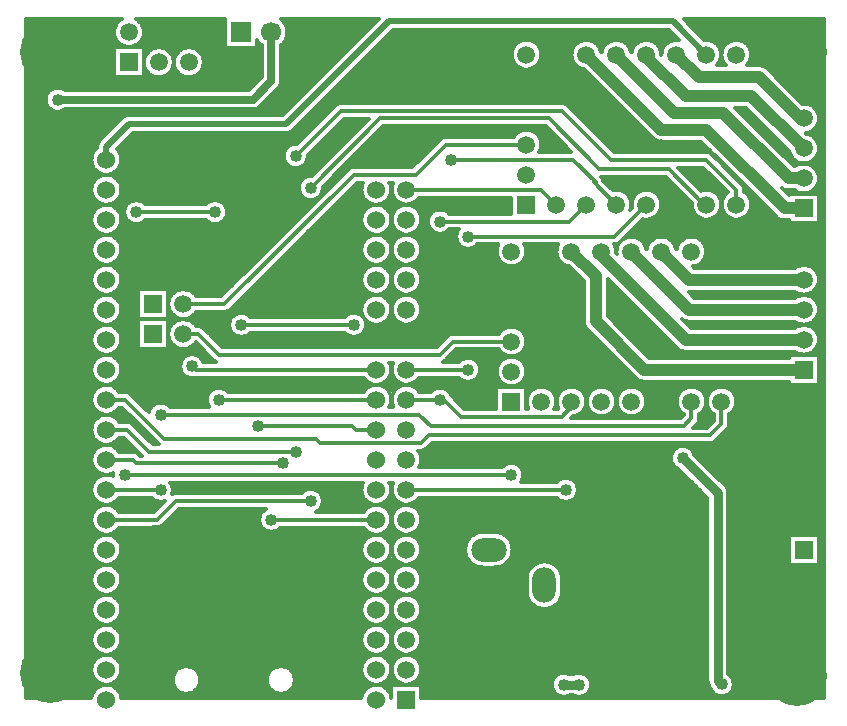
<source format=gbr>
G04 DipTrace 3.3.1.3*
G04 Bottom.gbr*
%MOIN*%
G04 #@! TF.FileFunction,Copper,L2,Bot*
G04 #@! TF.Part,Single*
G04 #@! TA.AperFunction,Conductor*
%ADD14C,0.012*%
%ADD16C,0.02*%
G04 #@! TA.AperFunction,ViaPad*
%ADD17C,0.03*%
G04 #@! TA.AperFunction,Conductor*
%ADD18C,0.025*%
G04 #@! TA.AperFunction,ViaPad*
%ADD19C,0.04*%
G04 #@! TA.AperFunction,CopperBalancing*
%ADD21C,0.013*%
G04 #@! TA.AperFunction,ComponentPad*
%ADD32R,0.059055X0.059055*%
%ADD33C,0.059055*%
%ADD34R,0.066929X0.066929*%
%ADD35C,0.066929*%
%ADD36O,0.11811X0.07874*%
%ADD37O,0.07874X0.11811*%
%ADD43C,0.2*%
%ADD44R,0.059X0.059*%
%ADD45C,0.059*%
%ADD49C,0.06*%
%FSLAX26Y26*%
G04*
G70*
G90*
G75*
G01*
G04 Bottom*
%LPD*%
X1081200Y2068700D2*
D14*
X818700D1*
X718700Y2243700D2*
D16*
Y2287451D1*
X793700Y2362451D1*
X1318701D1*
X1662451Y2706200D1*
X2606200D1*
X2718700Y2593700D1*
X2769700Y494700D2*
D17*
X2757254Y507146D1*
Y1131991D1*
X2640254Y1248991D1*
X2243700Y493700D2*
X2293700D1*
X1268700Y2668700D2*
D18*
Y2506200D1*
X1206200Y2443700D1*
X556200D1*
X2718700Y2093700D2*
D14*
X2712451D1*
X2593700Y2212451D1*
X2362449D1*
X2193700Y2381200D1*
X1631200D1*
X1399949Y2149949D1*
Y1106200D2*
X949949D1*
X887449Y1043700D1*
X718700D1*
X2818700Y2093700D2*
Y2143700D1*
X2718700Y2243700D1*
X2399951D1*
X2237451Y2406200D1*
X1499949D1*
X1349949Y2256200D1*
Y1268700D2*
X862449D1*
X787449Y1343700D1*
X731201D1*
X724951Y1337449D1*
X718700Y1343700D1*
X1168700Y1693700D2*
X1543700D1*
X2218700Y2093700D2*
X2168700Y2143700D1*
X1718700D1*
X1224949Y1356200D2*
X1537449D1*
X1549949Y1343700D1*
X1618700D1*
X2249949Y1143700D2*
X1718700D1*
X1093700Y1443700D2*
X1618700D1*
X2268700Y1437451D2*
Y1418699D1*
X2237451Y1387449D1*
X1899951D1*
X1843700Y1443700D1*
X1831200D1*
X1718700D1*
X2318700Y2093700D2*
X2262451Y2037451D1*
X1831200D1*
X2418700Y2093700D2*
X2343700Y2168700D1*
X2349949D1*
X2274949Y2243700D1*
X1868700D1*
X1004857Y1554857D2*
X1016015Y1543700D1*
X1618700D1*
X1718700D2*
X1924949D1*
Y1987451D2*
X2412451D1*
X2518700Y2093700D1*
X2418700Y2593700D2*
D19*
X2612451Y2399949D1*
X2774949D1*
X2993700Y2181200D1*
X3043700D1*
Y2081200D2*
X2981200D1*
X2718700Y2343700D1*
X2568700D1*
X2318700Y2593700D1*
X2668700Y1437451D2*
D14*
Y1381200D1*
X2643700Y1356200D1*
X1799949D1*
X1762449Y1393700D1*
X899951D1*
Y1143700D2*
X718700D1*
X2768700Y1437451D2*
Y1362449D1*
X2731200Y1324949D1*
X1793700D1*
X1768700Y1299949D1*
X1431201D1*
X1418700Y1312451D1*
X912449D1*
X781200Y1443700D1*
X718700D1*
X3043700Y1843700D2*
D19*
X2662451D1*
X2568700Y1937451D1*
X2518700Y2593700D2*
Y2587449D1*
X2649949Y2456200D1*
X2868700D1*
X3043700Y2281200D1*
Y2381200D2*
X3031200D1*
X2893700Y2518700D1*
X2693700D1*
X2618700Y2593700D1*
X1306200Y1231200D2*
D14*
X818700D1*
X806200Y1243700D1*
X718700D1*
X2268700Y1937451D2*
D19*
X2349949Y1856200D1*
Y1706200D1*
X2512449Y1543700D1*
X3037451D1*
X3043700Y1537451D1*
Y1543700D1*
Y1643700D2*
X2649949D1*
X2368700Y1924949D1*
Y1937451D1*
X3043700Y1743700D2*
X2662451D1*
X2468700Y1937451D1*
X2118700Y2293700D2*
D14*
X1849951D1*
X1749951Y2193700D1*
X1543700D1*
X1112451Y1762451D1*
X974949D1*
X2068700Y1637451D2*
X1874951D1*
X1831200Y1593700D1*
X1093700D1*
X1024949Y1662451D1*
X974949D1*
X1268700Y1043700D2*
X1518700D1*
X1618700D1*
X2068700Y1193700D2*
X781200D1*
D19*
X1081200Y2068700D3*
X818700D3*
X556200Y2443700D3*
X1399949Y2149949D3*
Y1106200D3*
X1349949Y2256200D3*
Y1268700D3*
X1168700Y1693700D3*
X1543700D3*
X1224949Y1356200D3*
X2249949Y1143700D3*
X1093700Y1443700D3*
X1831200Y2037451D3*
Y1443700D3*
X1868700Y2243700D3*
X1004857Y1554857D3*
X1924949Y1543700D3*
Y1987451D3*
X899951Y1393700D3*
Y1143700D3*
X1306200Y1231200D3*
X1268700Y1043700D3*
X2068700Y1193700D3*
X781200D3*
X881200Y2293700D3*
X1156200D3*
X868700Y618700D3*
X1443700D3*
X868700Y843700D3*
X1443700D3*
X1043700Y868700D3*
D17*
X2562254Y949991D3*
X2536254D3*
X2510254D3*
X2562254Y988991D3*
X2536254D3*
X2510254D3*
X2562254Y1027991D3*
X2536254D3*
X2510254D3*
X2314700Y598700D3*
Y637700D3*
D19*
X2640254Y1248991D3*
X2769700Y494700D3*
X2293700Y493700D3*
X2243700D3*
X2568700Y2293700D3*
X2412451Y1737451D3*
X2449949Y2293700D3*
X2512451D3*
X2462451Y1737451D3*
X2531200Y1643700D3*
X451513Y2699331D2*
D21*
X753448D1*
X833946D2*
X1113919D1*
X1313854D2*
X1611829D1*
X2656815D2*
X3110891D1*
X451513Y2686462D2*
X746135D1*
X841259D2*
X1113919D1*
X1320456D2*
X1598956D1*
X2669688D2*
X3110891D1*
X451513Y2673594D2*
X743088D1*
X844306D2*
X1113919D1*
X1323249D2*
X1586083D1*
X1673589D2*
X2595055D1*
X2682562D2*
X3110891D1*
X451513Y2660725D2*
X743495D1*
X843899D2*
X1113919D1*
X1322894D2*
X1573210D1*
X1660741D2*
X2607928D1*
X2695435D2*
X3110891D1*
X451513Y2647856D2*
X747456D1*
X839938D2*
X1113919D1*
X1319263D2*
X1560362D1*
X1647868D2*
X2620801D1*
X2708308D2*
X3110891D1*
X451513Y2634987D2*
X756088D1*
X831306D2*
X1113919D1*
X1311519D2*
X1547489D1*
X1634995D2*
X2090061D1*
X2147353D2*
X2290063D1*
X2347354D2*
X2390051D1*
X2447343D2*
X2490065D1*
X2547331D2*
X2590053D1*
X2747333D2*
X2790055D1*
X2847347D2*
X3110891D1*
X451513Y2622119D2*
X775512D1*
X811882D2*
X1113919D1*
X1223489D2*
X1234879D1*
X1302530D2*
X1534616D1*
X1622122D2*
X2076858D1*
X2160556D2*
X2276835D1*
X2360558D2*
X2376848D1*
X2460546D2*
X2476837D1*
X2560560D2*
X2576850D1*
X2760562D2*
X2776852D1*
X2860550D2*
X3110891D1*
X451513Y2609250D2*
X742860D1*
X844560D2*
X863922D1*
X923474D2*
X963936D1*
X1023462D2*
X1234879D1*
X1302530D2*
X1521743D1*
X1609249D2*
X2070383D1*
X2167005D2*
X2270385D1*
X2867024D2*
X3110891D1*
X451513Y2596381D2*
X742860D1*
X844560D2*
X851298D1*
X936093D2*
X951317D1*
X1036106D2*
X1234879D1*
X1302530D2*
X1508870D1*
X1596376D2*
X2067946D1*
X2169442D2*
X2267948D1*
X2869437D2*
X3110891D1*
X451513Y2583512D2*
X742860D1*
X1042276D2*
X1234879D1*
X1302530D2*
X1495997D1*
X1583528D2*
X2068936D1*
X2168452D2*
X2268938D1*
X2868472D2*
X3110891D1*
X451513Y2570644D2*
X742860D1*
X1044511D2*
X1234879D1*
X1302530D2*
X1483149D1*
X1570655D2*
X2073583D1*
X2163831D2*
X2273585D1*
X2763837D2*
X2773577D1*
X2863825D2*
X3110891D1*
X451513Y2557775D2*
X742860D1*
X1043317D2*
X1234879D1*
X1302530D2*
X1470276D1*
X1557782D2*
X2083307D1*
X2154081D2*
X2283309D1*
X2903638D2*
X3110891D1*
X451513Y2544906D2*
X742860D1*
X938454D2*
X948930D1*
X1038468D2*
X1234879D1*
X1302530D2*
X1457403D1*
X1544909D2*
X2108952D1*
X2128437D2*
X2308954D1*
X2925397D2*
X3110891D1*
X451513Y2532037D2*
X742860D1*
X844560D2*
X859073D1*
X928323D2*
X959061D1*
X1028337D2*
X1234879D1*
X1302530D2*
X1444530D1*
X1532036D2*
X2322462D1*
X2938271D2*
X3110891D1*
X451513Y2519169D2*
X742860D1*
X844560D2*
X1234372D1*
X1302530D2*
X1431657D1*
X1519163D2*
X2335335D1*
X2951118D2*
X3110891D1*
X451513Y2506300D2*
X1221499D1*
X1302530D2*
X1418784D1*
X1506315D2*
X2348208D1*
X2963991D2*
X3110891D1*
X451513Y2493431D2*
X1208651D1*
X1299915D2*
X1405936D1*
X1493442D2*
X2361081D1*
X2976864D2*
X3110891D1*
X451513Y2480562D2*
X539329D1*
X573083D2*
X1195778D1*
X1290343D2*
X1393063D1*
X1480569D2*
X2373928D1*
X2989737D2*
X3110891D1*
X451513Y2467693D2*
X522876D1*
X1277495D2*
X1380190D1*
X1467696D2*
X2386801D1*
X3002610D2*
X3110891D1*
X451513Y2454825D2*
X516452D1*
X1264622D2*
X1367317D1*
X1454823D2*
X2399674D1*
X3015483D2*
X3110891D1*
X451513Y2441956D2*
X514928D1*
X1251749D2*
X1354444D1*
X1441950D2*
X2412547D1*
X3028331D2*
X3110891D1*
X451513Y2429087D2*
X517645D1*
X1238876D2*
X1341571D1*
X1429103D2*
X1486272D1*
X2251124D2*
X2425421D1*
X3057708D2*
X3110891D1*
X451513Y2416218D2*
X525796D1*
X1224886D2*
X1328723D1*
X1416229D2*
X1471876D1*
X2265521D2*
X2438294D1*
X3080052D2*
X3110891D1*
X451513Y2403350D2*
X1315850D1*
X1403356D2*
X1459003D1*
X2278394D2*
X2451141D1*
X2829446D2*
X2863663D1*
X3089319D2*
X3110891D1*
X451513Y2390481D2*
X781657D1*
X1390483D2*
X1446129D1*
X2291267D2*
X2464014D1*
X2842319D2*
X2876510D1*
X3093661D2*
X3110891D1*
X451513Y2377612D2*
X765102D1*
X1377610D2*
X1433256D1*
X1509464D2*
X1589510D1*
X2304140D2*
X2476887D1*
X2855192D2*
X2889383D1*
X3094423D2*
X3110891D1*
X451513Y2364743D2*
X752229D1*
X1364737D2*
X1420383D1*
X1496591D2*
X1576637D1*
X2317013D2*
X2489760D1*
X2868065D2*
X2902256D1*
X3091731D2*
X3110891D1*
X451513Y2351875D2*
X739381D1*
X1351890D2*
X1407536D1*
X1483718D2*
X1563764D1*
X1639972D2*
X2184921D1*
X2329886D2*
X2502633D1*
X2880913D2*
X2915129D1*
X3084927D2*
X3110891D1*
X451513Y2339006D2*
X726508D1*
X1338763D2*
X1394663D1*
X1470845D2*
X1550917D1*
X1627099D2*
X2097399D1*
X2139989D2*
X2197794D1*
X2342733D2*
X2515506D1*
X2893786D2*
X2928003D1*
X3070962D2*
X3110891D1*
X451513Y2326137D2*
X713635D1*
X801142D2*
X1381790D1*
X1457972D2*
X1538044D1*
X1614226D2*
X2079981D1*
X2157407D2*
X2210667D1*
X2355606D2*
X2528354D1*
X2906659D2*
X2940876D1*
X3065884D2*
X3110891D1*
X451513Y2313268D2*
X700762D1*
X788269D2*
X1368917D1*
X1445124D2*
X1525171D1*
X1601378D2*
X1831508D1*
X2165481D2*
X2223540D1*
X2368479D2*
X2541405D1*
X2919532D2*
X2953723D1*
X3082769D2*
X3110891D1*
X451513Y2300399D2*
X690327D1*
X775396D2*
X1356044D1*
X1432251D2*
X1512297D1*
X1588505D2*
X1818559D1*
X2169062D2*
X2236413D1*
X2381353D2*
X2704108D1*
X2932405D2*
X2966596D1*
X3090665D2*
X3110891D1*
X451513Y2287531D2*
X687381D1*
X762522D2*
X1323747D1*
X1419378D2*
X1499424D1*
X1575632D2*
X1805686D1*
X2169138D2*
X2249260D1*
X2394226D2*
X2716981D1*
X2945278D2*
X2979469D1*
X3094144D2*
X3110891D1*
X451513Y2274662D2*
X678114D1*
X759298D2*
X1313133D1*
X1406505D2*
X1486551D1*
X1562759D2*
X1792813D1*
X2165710D2*
X2262133D1*
X2407099D2*
X2729829D1*
X2958126D2*
X2992342D1*
X3094118D2*
X3110891D1*
X451513Y2261793D2*
X670776D1*
X766636D2*
X1309020D1*
X1393632D2*
X1473704D1*
X1549886D2*
X1779940D1*
X2970999D2*
X2996811D1*
X3090589D2*
X3110891D1*
X451513Y2248924D2*
X667653D1*
X769759D2*
X1309299D1*
X1390610D2*
X1460831D1*
X1537013D2*
X1767067D1*
X2983872D2*
X3004809D1*
X3082591D2*
X3110891D1*
X451513Y2236056D2*
X667958D1*
X769429D2*
X1314073D1*
X1385837D2*
X1447958D1*
X1524165D2*
X1754219D1*
X2996745D2*
X3021973D1*
X3065427D2*
X3110891D1*
X451513Y2223187D2*
X671792D1*
X765620D2*
X1326032D1*
X1373878D2*
X1435085D1*
X1511292D2*
X1741346D1*
X3071317D2*
X3110891D1*
X451513Y2210318D2*
X680145D1*
X757241D2*
X1422212D1*
X1498419D2*
X1522225D1*
X2633938D2*
X2713985D1*
X3085079D2*
X3110891D1*
X451513Y2197449D2*
X698350D1*
X739062D2*
X1409364D1*
X1485546D2*
X1509352D1*
X2646812D2*
X2726858D1*
X3091808D2*
X3110891D1*
X451513Y2184581D2*
X688575D1*
X748812D2*
X1378590D1*
X1472673D2*
X1496479D1*
X2371856D2*
X2583477D1*
X2659659D2*
X2739731D1*
X3094423D2*
X3110891D1*
X451513Y2171712D2*
X675956D1*
X761431D2*
X1365057D1*
X1459800D2*
X1483606D1*
X2378788D2*
X2596350D1*
X2672532D2*
X2752579D1*
X3093636D2*
X3110891D1*
X451513Y2158843D2*
X669735D1*
X767677D2*
X1359624D1*
X1446952D2*
X1470733D1*
X1546940D2*
X1569731D1*
X2391661D2*
X2609198D1*
X2685405D2*
X2765452D1*
X3089218D2*
X3110891D1*
X451513Y2145974D2*
X667424D1*
X769962D2*
X1358837D1*
X1441062D2*
X1457885D1*
X1534067D2*
X1567421D1*
X2404534D2*
X2622071D1*
X2698278D2*
X2778325D1*
X2845925D2*
X2858534D1*
X3079849D2*
X3110891D1*
X451513Y2133106D2*
X668516D1*
X768896D2*
X1362340D1*
X1437558D2*
X1445012D1*
X1521194D2*
X1568512D1*
X2449983D2*
X2487399D1*
X2549997D2*
X2634944D1*
X2749999D2*
X2787415D1*
X2849987D2*
X2871407D1*
X2987198D2*
X3030479D1*
X3056921D2*
X3110891D1*
X451513Y2120237D2*
X673213D1*
X764173D2*
X1371837D1*
X1508347D2*
X1573235D1*
X1664169D2*
X1673756D1*
X2461815D2*
X2475592D1*
X2561804D2*
X2647817D1*
X2761806D2*
X2775583D1*
X2861819D2*
X2884254D1*
X3094550D2*
X3110891D1*
X451513Y2107368D2*
X683014D1*
X754372D2*
X807098D1*
X830315D2*
X1069587D1*
X1092804D2*
X1419266D1*
X1495474D2*
X1583010D1*
X1654368D2*
X1683710D1*
X1753696D2*
X2067870D1*
X2567593D2*
X2660690D1*
X2867608D2*
X2897128D1*
X3094550D2*
X3110891D1*
X451513Y2094499D2*
X708379D1*
X729007D2*
X786811D1*
X1113091D2*
X1406393D1*
X1482601D2*
X1608376D1*
X1629028D2*
X1711538D1*
X1725843D2*
X2067870D1*
X2569522D2*
X2667876D1*
X2869513D2*
X2910001D1*
X3094550D2*
X3110891D1*
X451513Y2081630D2*
X684792D1*
X752620D2*
X779524D1*
X1120378D2*
X1393520D1*
X1469728D2*
X1584788D1*
X1652616D2*
X1685512D1*
X1751868D2*
X2067870D1*
X2568024D2*
X2669374D1*
X2868015D2*
X2922874D1*
X3094550D2*
X3110891D1*
X451513Y2068762D2*
X674102D1*
X763284D2*
X777391D1*
X1122511D2*
X1380672D1*
X1456854D2*
X1574124D1*
X1663280D2*
X1674671D1*
X1762735D2*
X1804975D1*
X1857417D2*
X2067870D1*
X2562794D2*
X2674629D1*
X2762771D2*
X2774618D1*
X2862784D2*
X2935747D1*
X3094550D2*
X3110891D1*
X451513Y2055893D2*
X668897D1*
X768515D2*
X779473D1*
X1120403D2*
X1367799D1*
X1443981D2*
X1568893D1*
X1768017D2*
X1794387D1*
X2551978D2*
X2685421D1*
X2751979D2*
X2785409D1*
X2851993D2*
X2948620D1*
X3094550D2*
X3110891D1*
X451513Y2043024D2*
X667374D1*
X770013D2*
X786710D1*
X1113192D2*
X1354926D1*
X1431134D2*
X1567395D1*
X1769540D2*
X1790274D1*
X2506122D2*
X2967891D1*
X3094550D2*
X3110891D1*
X451513Y2030155D2*
X669253D1*
X768159D2*
X806641D1*
X830772D2*
X1069129D1*
X1093261D2*
X1342053D1*
X1418261D2*
X1569249D1*
X1767661D2*
X1790553D1*
X2493249D2*
X3110891D1*
X451513Y2017287D2*
X674915D1*
X762472D2*
X1329180D1*
X1405388D2*
X1574911D1*
X1662468D2*
X1675483D1*
X1761923D2*
X1795327D1*
X2480376D2*
X3110891D1*
X451513Y2004418D2*
X686442D1*
X750970D2*
X1316333D1*
X1392515D2*
X1586438D1*
X1650966D2*
X1687213D1*
X1750192D2*
X1807311D1*
X1855081D2*
X1887393D1*
X2467528D2*
X3110891D1*
X451513Y1991549D2*
X702819D1*
X734567D2*
X1303460D1*
X1379642D2*
X1602815D1*
X1634589D2*
X1704530D1*
X1732851D2*
X1883838D1*
X2454655D2*
X3110891D1*
X451513Y1978680D2*
X681643D1*
X755743D2*
X1290587D1*
X1366769D2*
X1581639D1*
X1655765D2*
X1682313D1*
X1755093D2*
X1884600D1*
X2497438D2*
X2539983D1*
X2597427D2*
X2639971D1*
X2697440D2*
X3110891D1*
X451513Y1965812D2*
X672528D1*
X764858D2*
X1277713D1*
X1353921D2*
X1572524D1*
X1664880D2*
X1673071D1*
X1764335D2*
X1889983D1*
X2510591D2*
X2526805D1*
X2610604D2*
X2626794D1*
X2710593D2*
X3110891D1*
X451513Y1952943D2*
X668237D1*
X769149D2*
X1264840D1*
X1341048D2*
X1568233D1*
X1768677D2*
X1903389D1*
X1946513D2*
X2020364D1*
X2117036D2*
X2220366D1*
X2717042D2*
X3110891D1*
X451513Y1940074D2*
X667501D1*
X769886D2*
X1251967D1*
X1328175D2*
X1567522D1*
X1769413D2*
X2017952D1*
X2119448D2*
X2217954D1*
X2719454D2*
X3110891D1*
X451513Y1927205D2*
X670167D1*
X767220D2*
X1239120D1*
X1315302D2*
X1570188D1*
X1766722D2*
X2018942D1*
X2118458D2*
X2218944D1*
X2718438D2*
X3110891D1*
X451513Y1914336D2*
X676895D1*
X760491D2*
X1226247D1*
X1302429D2*
X1576917D1*
X1660487D2*
X1677489D1*
X1759917D2*
X2023614D1*
X2113786D2*
X2223616D1*
X2713792D2*
X3110891D1*
X451513Y1901468D2*
X690606D1*
X746806D2*
X1213374D1*
X1289556D2*
X1590602D1*
X1646802D2*
X1691479D1*
X1745901D2*
X2033389D1*
X2104011D2*
X2233391D1*
X2704017D2*
X3110891D1*
X451513Y1888599D2*
X695354D1*
X742058D2*
X1200501D1*
X1276708D2*
X1595350D1*
X1642054D2*
X1696456D1*
X1740950D2*
X2059288D1*
X2078112D2*
X2259290D1*
X2678118D2*
X3021440D1*
X3065960D2*
X3110891D1*
X451513Y1875730D2*
X678977D1*
X758409D2*
X1187628D1*
X1263835D2*
X1578973D1*
X1658431D2*
X1679596D1*
X1757810D2*
X2272518D1*
X3082794D2*
X3110891D1*
X451513Y1862861D2*
X671208D1*
X766204D2*
X1174754D1*
X1250962D2*
X1571204D1*
X1765681D2*
X2285391D1*
X3090690D2*
X3110891D1*
X451513Y1849993D2*
X667780D1*
X769632D2*
X1161907D1*
X1238089D2*
X1567776D1*
X1769134D2*
X2298264D1*
X3094144D2*
X3110891D1*
X451513Y1837124D2*
X667805D1*
X769581D2*
X1149034D1*
X1225216D2*
X1567827D1*
X1769108D2*
X2308624D1*
X2391280D2*
X2398641D1*
X3094118D2*
X3110891D1*
X451513Y1824255D2*
X671309D1*
X766077D2*
X1136161D1*
X1212343D2*
X1571305D1*
X1765579D2*
X2308624D1*
X2391280D2*
X2411506D1*
X3090563D2*
X3110891D1*
X451513Y1811386D2*
X679231D1*
X758181D2*
X824110D1*
X925810D2*
X965891D1*
X984005D2*
X1123288D1*
X1199495D2*
X1579227D1*
X1658177D2*
X1679850D1*
X1757556D2*
X2308624D1*
X2391280D2*
X2424354D1*
X3082565D2*
X3110891D1*
X451513Y1798518D2*
X695938D1*
X741448D2*
X824110D1*
X925810D2*
X939688D1*
X1010233D2*
X1110415D1*
X1186622D2*
X1595934D1*
X1641470D2*
X1697065D1*
X1740341D2*
X2308624D1*
X2391280D2*
X2437227D1*
X2665524D2*
X3022075D1*
X3065325D2*
X3110891D1*
X451513Y1785649D2*
X690149D1*
X747237D2*
X824110D1*
X1173749D2*
X1590145D1*
X1647233D2*
X1691022D1*
X1746358D2*
X2308624D1*
X2391280D2*
X2450100D1*
X2678397D2*
X3016032D1*
X3071368D2*
X3110891D1*
X451513Y1772780D2*
X676692D1*
X760694D2*
X824110D1*
X1160876D2*
X1576713D1*
X1660690D2*
X1677286D1*
X1760120D2*
X2308624D1*
X2391280D2*
X2462973D1*
X3085104D2*
X3110891D1*
X451513Y1759911D2*
X670090D1*
X767321D2*
X824110D1*
X1148003D2*
X1570087D1*
X1766823D2*
X2308624D1*
X2391280D2*
X2475846D1*
X3091833D2*
X3110891D1*
X451513Y1747043D2*
X667501D1*
X769911D2*
X824110D1*
X1135130D2*
X1567497D1*
X1769438D2*
X2308624D1*
X2391280D2*
X2488719D1*
X3094423D2*
X3110891D1*
X451513Y1734174D2*
X668288D1*
X769099D2*
X824110D1*
X925810D2*
X932960D1*
X1016937D2*
X1568284D1*
X1768626D2*
X2308624D1*
X2391280D2*
X2501567D1*
X3093636D2*
X3110891D1*
X451513Y1721305D2*
X672680D1*
X764731D2*
X824110D1*
X925810D2*
X946036D1*
X1003860D2*
X1138421D1*
X1198987D2*
X1513415D1*
X1664728D2*
X1673198D1*
X1764208D2*
X2308624D1*
X2392753D2*
X2514440D1*
X3089192D2*
X3110891D1*
X451513Y1708436D2*
X681922D1*
X755464D2*
X824110D1*
X925810D2*
X955202D1*
X994694D2*
X1130194D1*
X1655485D2*
X1682592D1*
X1754813D2*
X2308624D1*
X2405601D2*
X2527313D1*
X3079798D2*
X3110891D1*
X451513Y1695567D2*
X703784D1*
X733603D2*
X824110D1*
X925810D2*
X936794D1*
X1013103D2*
X1127426D1*
X1584976D2*
X1603780D1*
X1633599D2*
X1705647D1*
X1731759D2*
X2310071D1*
X2418474D2*
X2540186D1*
X2655978D2*
X3030631D1*
X3056769D2*
X3110891D1*
X451513Y1682699D2*
X686087D1*
X751325D2*
X824110D1*
X1042581D2*
X1128924D1*
X1583478D2*
X2047278D1*
X2090122D2*
X2316266D1*
X2431347D2*
X2553059D1*
X3075558D2*
X3110891D1*
X451513Y1669830D2*
X674737D1*
X762649D2*
X824110D1*
X1055657D2*
X1135272D1*
X1577130D2*
X2029936D1*
X2107464D2*
X2328428D1*
X2444220D2*
X2565932D1*
X3087085D2*
X3110891D1*
X451513Y1656961D2*
X669176D1*
X768235D2*
X824110D1*
X1068530D2*
X1151522D1*
X1185860D2*
X1526542D1*
X1560880D2*
X1856442D1*
X2115513D2*
X2341301D1*
X2457093D2*
X2578780D1*
X3092747D2*
X3110891D1*
X451513Y1644092D2*
X667374D1*
X770013D2*
X824110D1*
X1081403D2*
X1843493D1*
X2119067D2*
X2354149D1*
X2469966D2*
X2591653D1*
X3094550D2*
X3110891D1*
X451513Y1631224D2*
X668973D1*
X768438D2*
X824110D1*
X925810D2*
X935169D1*
X1094276D2*
X1830620D1*
X2119118D2*
X2367022D1*
X2482813D2*
X2604526D1*
X3092950D2*
X3110891D1*
X451513Y1618355D2*
X674280D1*
X763132D2*
X824110D1*
X925810D2*
X951063D1*
X998833D2*
X1030942D1*
X2115690D2*
X2379895D1*
X2495687D2*
X2617399D1*
X3087567D2*
X3110891D1*
X451513Y1605486D2*
X685122D1*
X752265D2*
X1043815D1*
X1881081D2*
X2029581D1*
X2107819D2*
X2392768D1*
X2508560D2*
X2636772D1*
X3076548D2*
X3110891D1*
X451513Y1592617D2*
X706958D1*
X730454D2*
X990292D1*
X1019425D2*
X1056688D1*
X1868208D2*
X2046364D1*
X2091036D2*
X2405641D1*
X2521433D2*
X2992850D1*
X3094550D2*
X3110891D1*
X451513Y1579749D2*
X682735D1*
X754677D2*
X972213D1*
X1037503D2*
X1069561D1*
X1855335D2*
X1906258D1*
X1943618D2*
X2041641D1*
X2095759D2*
X2418514D1*
X3094550D2*
X3110891D1*
X451513Y1566880D2*
X673087D1*
X764325D2*
X965383D1*
X1664321D2*
X1673604D1*
X1958878D2*
X2027575D1*
X2109825D2*
X2431362D1*
X3094550D2*
X3110891D1*
X451513Y1554011D2*
X668465D1*
X768946D2*
X963555D1*
X1964921D2*
X2020719D1*
X2116681D2*
X2444235D1*
X3094550D2*
X3110891D1*
X451513Y1541142D2*
X667450D1*
X769962D2*
X965967D1*
X1966190D2*
X2018028D1*
X2119372D2*
X2457108D1*
X3094550D2*
X3110891D1*
X451513Y1528273D2*
X669811D1*
X767575D2*
X973635D1*
X1963169D2*
X2018739D1*
X2118661D2*
X2469981D1*
X3094550D2*
X3110891D1*
X451513Y1515405D2*
X676159D1*
X761253D2*
X996842D1*
X1012874D2*
X1576155D1*
X1661249D2*
X1676727D1*
X1760679D2*
X1895340D1*
X1954562D2*
X2023055D1*
X2114345D2*
X2482854D1*
X3094550D2*
X3110891D1*
X451513Y1502536D2*
X688981D1*
X748405D2*
X1588977D1*
X1648427D2*
X1689829D1*
X1747577D2*
X2032272D1*
X2105128D2*
X2992850D1*
X3094550D2*
X3110891D1*
X451513Y1489667D2*
X697665D1*
X739722D2*
X1597686D1*
X1639718D2*
X1698919D1*
X1738487D2*
X2054413D1*
X2082987D2*
X3110891D1*
X451513Y1476798D2*
X679891D1*
X757495D2*
X1069891D1*
X1117509D2*
X1579887D1*
X1657491D2*
X1680536D1*
X1756870D2*
X1807413D1*
X1855005D2*
X2017876D1*
X2119524D2*
X2137338D1*
X2200063D2*
X2237327D1*
X2300077D2*
X2337340D1*
X2400065D2*
X2437329D1*
X2500054D2*
X2637331D1*
X2700056D2*
X2737344D1*
X2800069D2*
X3110891D1*
X451513Y1463930D2*
X671665D1*
X798856D2*
X1057881D1*
X1867040D2*
X2017876D1*
X2211845D2*
X2225546D1*
X2311858D2*
X2325559D1*
X2411847D2*
X2425547D1*
X2511835D2*
X2625549D1*
X2711837D2*
X2725563D1*
X2811851D2*
X3110891D1*
X451513Y1451061D2*
X667932D1*
X811933D2*
X1053057D1*
X1874429D2*
X2017876D1*
X2517624D2*
X2619786D1*
X2817614D2*
X3110891D1*
X451513Y1438192D2*
X667678D1*
X824806D2*
X1052753D1*
X1887302D2*
X2017876D1*
X2519503D2*
X2617881D1*
X2819519D2*
X3110891D1*
X451513Y1425323D2*
X670878D1*
X837679D2*
X874129D1*
X925784D2*
X1056840D1*
X1900175D2*
X2017876D1*
X2518005D2*
X2619379D1*
X2818021D2*
X3110891D1*
X451513Y1412455D2*
X678342D1*
X759069D2*
X774344D1*
X850552D2*
X863288D1*
X2312747D2*
X2324645D1*
X2412761D2*
X2424659D1*
X2512749D2*
X2624661D1*
X2712751D2*
X2724649D1*
X2812739D2*
X3110891D1*
X451513Y1399586D2*
X693831D1*
X743581D2*
X787217D1*
X2301905D2*
X2335487D1*
X2401919D2*
X2435475D1*
X2501907D2*
X2635477D1*
X2701909D2*
X2735491D1*
X2801923D2*
X3110891D1*
X451513Y1386717D2*
X691876D1*
X745536D2*
X800090D1*
X2274813D2*
X2636112D1*
X2696019D2*
X2741381D1*
X2796032D2*
X3110891D1*
X451513Y1373848D2*
X677479D1*
X759907D2*
X812963D1*
X2694952D2*
X2741381D1*
X2796032D2*
X3110891D1*
X451513Y1360980D2*
X670471D1*
X808276D2*
X825811D1*
X2686573D2*
X2729143D1*
X2795981D2*
X3110891D1*
X451513Y1348111D2*
X667577D1*
X821124D2*
X838684D1*
X2791716D2*
X3110891D1*
X451513Y1335242D2*
X668110D1*
X833997D2*
X851557D1*
X2779579D2*
X3110891D1*
X451513Y1322373D2*
X672147D1*
X846870D2*
X864430D1*
X2766731D2*
X3110891D1*
X451513Y1309504D2*
X680907D1*
X756505D2*
X783536D1*
X859743D2*
X877303D1*
X2753858D2*
X3110891D1*
X451513Y1296636D2*
X700458D1*
X736929D2*
X796409D1*
X872616D2*
X890176D1*
X1803487D2*
X3110891D1*
X451513Y1283767D2*
X687458D1*
X749954D2*
X809282D1*
X1790614D2*
X2619151D1*
X2661360D2*
X3110891D1*
X451513Y1270898D2*
X675422D1*
X761989D2*
X822155D1*
X1761415D2*
X2605465D1*
X2675046D2*
X3110891D1*
X451513Y1258029D2*
X669481D1*
X1767433D2*
X2599956D1*
X2682054D2*
X3110891D1*
X451513Y1245161D2*
X667399D1*
X1769515D2*
X2599118D1*
X2694901D2*
X3110891D1*
X451513Y1232292D2*
X668694D1*
X1768220D2*
X2056799D1*
X2080601D2*
X2602596D1*
X2707774D2*
X3110891D1*
X451513Y1219423D2*
X673671D1*
X2100659D2*
X2611991D1*
X2720647D2*
X3110891D1*
X451513Y1206554D2*
X683903D1*
X2107896D2*
X2631872D1*
X2733521D2*
X3110891D1*
X451513Y1193686D2*
X739889D1*
X2110028D2*
X2644745D1*
X2746394D2*
X3110891D1*
X451513Y1180817D2*
X683878D1*
X2107896D2*
X2233696D1*
X2266206D2*
X2657592D1*
X2759267D2*
X3110891D1*
X451513Y1167948D2*
X673645D1*
X2283091D2*
X2670465D1*
X2772114D2*
X3110891D1*
X451513Y1155079D2*
X668694D1*
X939622D2*
X1568690D1*
X2289616D2*
X2683338D1*
X2784886D2*
X3110891D1*
X451513Y1142210D2*
X667399D1*
X941247D2*
X1381180D1*
X1418718D2*
X1567395D1*
X2291241D2*
X2696212D1*
X2792046D2*
X3110891D1*
X451513Y1129342D2*
X669481D1*
X1433901D2*
X1569477D1*
X2288601D2*
X2709085D1*
X2793569D2*
X3110891D1*
X451513Y1116473D2*
X675448D1*
X761964D2*
X869331D1*
X1439919D2*
X1575444D1*
X1661960D2*
X1676016D1*
X1761390D2*
X2219325D1*
X2280577D2*
X2720942D1*
X2793569D2*
X3110891D1*
X451513Y1103604D2*
X687483D1*
X749903D2*
X909245D1*
X1441188D2*
X1587504D1*
X1649899D2*
X1688280D1*
X1749101D2*
X2720942D1*
X2793569D2*
X3110891D1*
X451513Y1090735D2*
X700381D1*
X737030D2*
X896397D1*
X1438167D2*
X1600378D1*
X1637026D2*
X1701813D1*
X1735567D2*
X2720942D1*
X2793569D2*
X3110891D1*
X451513Y1077867D2*
X680856D1*
X756530D2*
X883524D1*
X959706D2*
X1246559D1*
X1429509D2*
X1580878D1*
X1656526D2*
X1681526D1*
X1755880D2*
X2720942D1*
X2793569D2*
X3110891D1*
X451513Y1064998D2*
X672147D1*
X946833D2*
X1233508D1*
X1665261D2*
X1672665D1*
X1764741D2*
X2720942D1*
X2793569D2*
X3110891D1*
X451513Y1052129D2*
X668085D1*
X933985D2*
X1228278D1*
X1768829D2*
X2720942D1*
X2793569D2*
X3110891D1*
X451513Y1039260D2*
X667577D1*
X921112D2*
X1227618D1*
X1769337D2*
X2720942D1*
X2793569D2*
X3110891D1*
X451513Y1026392D2*
X670471D1*
X908239D2*
X1231325D1*
X1766417D2*
X2720942D1*
X2793569D2*
X3110891D1*
X451513Y1013523D2*
X677504D1*
X759882D2*
X1241126D1*
X1296284D2*
X1577501D1*
X1659903D2*
X1678098D1*
X1759308D2*
X2720942D1*
X2793569D2*
X3110891D1*
X451513Y1000654D2*
X691926D1*
X745485D2*
X1591922D1*
X1645481D2*
X1692876D1*
X1744530D2*
X1955872D1*
X2031521D2*
X2720942D1*
X2793569D2*
X3110891D1*
X451513Y987785D2*
X693780D1*
X743632D2*
X1593776D1*
X1643628D2*
X1694780D1*
X1742626D2*
X1932919D1*
X2054474D2*
X2720942D1*
X2793569D2*
X2992850D1*
X3094550D2*
X3110891D1*
X451513Y974917D2*
X678317D1*
X759095D2*
X1578313D1*
X1659091D2*
X1678911D1*
X1758470D2*
X1922178D1*
X2065214D2*
X2720942D1*
X2793569D2*
X2992850D1*
X3094550D2*
X3110891D1*
X451513Y962048D2*
X670878D1*
X766534D2*
X1570874D1*
X1766036D2*
X1916237D1*
X2071181D2*
X2720942D1*
X2793569D2*
X2992850D1*
X3094550D2*
X3110891D1*
X451513Y949179D2*
X667678D1*
X769708D2*
X1567674D1*
X1769235D2*
X1913571D1*
X2073821D2*
X2720942D1*
X2793569D2*
X2992850D1*
X3094550D2*
X3110891D1*
X451513Y936310D2*
X667932D1*
X769479D2*
X1567928D1*
X1768981D2*
X1913774D1*
X2073618D2*
X2720942D1*
X2793569D2*
X2992850D1*
X3094550D2*
X3110891D1*
X451513Y923441D2*
X671665D1*
X765722D2*
X1571661D1*
X1765224D2*
X1916897D1*
X2070521D2*
X2720942D1*
X2793569D2*
X2992850D1*
X3094550D2*
X3110891D1*
X451513Y910573D2*
X679917D1*
X757470D2*
X1579913D1*
X1657466D2*
X1680561D1*
X1756845D2*
X1923422D1*
X2063970D2*
X2720942D1*
X2793569D2*
X2992850D1*
X3094550D2*
X3110891D1*
X451513Y897704D2*
X697741D1*
X739646D2*
X1597737D1*
X1639667D2*
X1698969D1*
X1738411D2*
X1935153D1*
X2052265D2*
X2149551D1*
X2207935D2*
X2720942D1*
X2793569D2*
X2992850D1*
X3094550D2*
X3110891D1*
X451513Y884835D2*
X688930D1*
X748456D2*
X1588952D1*
X1648452D2*
X1689778D1*
X1747628D2*
X1964835D1*
X2022558D2*
X2133149D1*
X2224337D2*
X2720942D1*
X2793569D2*
X3110891D1*
X451513Y871966D2*
X676133D1*
X761278D2*
X1576129D1*
X1661274D2*
X1676702D1*
X1760704D2*
X2124389D1*
X2233097D2*
X2720942D1*
X2793569D2*
X3110891D1*
X451513Y859098D2*
X669811D1*
X767601D2*
X1569807D1*
X1767103D2*
X2119692D1*
X2237794D2*
X2720942D1*
X2793569D2*
X3110891D1*
X451513Y846229D2*
X667450D1*
X769962D2*
X1567446D1*
X1769489D2*
X2118067D1*
X2239419D2*
X2720942D1*
X2793569D2*
X3110891D1*
X451513Y833360D2*
X668465D1*
X768946D2*
X1568462D1*
X1768448D2*
X2118042D1*
X2239419D2*
X2720942D1*
X2793569D2*
X3110891D1*
X451513Y820491D2*
X673087D1*
X764300D2*
X1573083D1*
X1664321D2*
X1673629D1*
X1763776D2*
X2118042D1*
X2239419D2*
X2720942D1*
X2793569D2*
X3110891D1*
X451513Y807623D2*
X682760D1*
X754651D2*
X1582756D1*
X1654647D2*
X1683430D1*
X1753950D2*
X2118042D1*
X2239419D2*
X2720942D1*
X2793569D2*
X3110891D1*
X451513Y794754D2*
X707085D1*
X730302D2*
X1607081D1*
X1630298D2*
X1709710D1*
X1727696D2*
X2119108D1*
X2238378D2*
X2720942D1*
X2793569D2*
X3110891D1*
X451513Y781885D2*
X685096D1*
X752315D2*
X1585092D1*
X1652312D2*
X1685817D1*
X1751563D2*
X2123120D1*
X2234366D2*
X2720942D1*
X2793569D2*
X3110891D1*
X451513Y769016D2*
X674254D1*
X763132D2*
X1574251D1*
X1663128D2*
X1674797D1*
X1762583D2*
X2130889D1*
X2226597D2*
X2720942D1*
X2793569D2*
X3110891D1*
X451513Y756148D2*
X668948D1*
X768438D2*
X1568944D1*
X1767966D2*
X2145006D1*
X2212454D2*
X2720942D1*
X2793569D2*
X3110891D1*
X451513Y743279D2*
X667374D1*
X770013D2*
X1567370D1*
X1769540D2*
X2720942D1*
X2793569D2*
X3110891D1*
X451513Y730410D2*
X669176D1*
X768210D2*
X1569172D1*
X1767737D2*
X2720942D1*
X2793569D2*
X3110891D1*
X451513Y717541D2*
X674762D1*
X762624D2*
X1574758D1*
X1662646D2*
X1675331D1*
X1762075D2*
X2720942D1*
X2793569D2*
X3110891D1*
X451513Y704672D2*
X686112D1*
X751274D2*
X1586108D1*
X1651296D2*
X1686883D1*
X1750522D2*
X2720942D1*
X2793569D2*
X3110891D1*
X451513Y691804D2*
X703682D1*
X733704D2*
X1603678D1*
X1633700D2*
X1705520D1*
X1731886D2*
X2720942D1*
X2793569D2*
X3110891D1*
X451513Y678935D2*
X681897D1*
X755515D2*
X1581893D1*
X1655511D2*
X1682567D1*
X1754839D2*
X2720942D1*
X2793569D2*
X3110891D1*
X451513Y666066D2*
X672655D1*
X764731D2*
X1572651D1*
X1664753D2*
X1673198D1*
X1764208D2*
X2720942D1*
X2793569D2*
X3110891D1*
X451513Y653197D2*
X668288D1*
X769099D2*
X1568284D1*
X1768626D2*
X2720942D1*
X2793569D2*
X3110891D1*
X451513Y640329D2*
X667501D1*
X769911D2*
X1567497D1*
X1769438D2*
X2720942D1*
X2793569D2*
X3110891D1*
X451513Y627460D2*
X670090D1*
X767321D2*
X1570087D1*
X1766798D2*
X2720942D1*
X2793569D2*
X3110891D1*
X451513Y614591D2*
X676717D1*
X760669D2*
X1576713D1*
X1660665D2*
X1677311D1*
X1760095D2*
X2720942D1*
X2793569D2*
X3110891D1*
X451513Y601722D2*
X690200D1*
X747212D2*
X1590196D1*
X1647208D2*
X1691073D1*
X1746333D2*
X2720942D1*
X2793569D2*
X3110891D1*
X451513Y588854D2*
X695887D1*
X741524D2*
X1595883D1*
X1641521D2*
X1696989D1*
X1740392D2*
X2720942D1*
X2793569D2*
X3110891D1*
X451513Y575985D2*
X679206D1*
X758206D2*
X1579202D1*
X1658202D2*
X1679825D1*
X1757581D2*
X2720942D1*
X2793569D2*
X3110891D1*
X451513Y563116D2*
X671309D1*
X766103D2*
X1571305D1*
X1765579D2*
X2720942D1*
X2793569D2*
X3110891D1*
X451513Y550247D2*
X667805D1*
X769581D2*
X962743D1*
X1008405D2*
X1277688D1*
X1323351D2*
X1567801D1*
X1769108D2*
X2720942D1*
X2793569D2*
X3110891D1*
X451513Y537378D2*
X667780D1*
X769606D2*
X947610D1*
X1023538D2*
X1262555D1*
X1338483D2*
X1567776D1*
X1769134D2*
X2720942D1*
X2793569D2*
X3110891D1*
X451513Y524510D2*
X671208D1*
X766204D2*
X940754D1*
X1030394D2*
X1255700D1*
X1345339D2*
X1571204D1*
X1765681D2*
X2216862D1*
X2320542D2*
X2720942D1*
X2797708D2*
X3110891D1*
X451513Y511641D2*
X679003D1*
X758384D2*
X938317D1*
X1032831D2*
X1253262D1*
X1347776D2*
X1578999D1*
X1658405D2*
X1679622D1*
X1757784D2*
X2206629D1*
X2330774D2*
X2720942D1*
X2807255D2*
X3110891D1*
X451513Y498772D2*
X695405D1*
X741981D2*
X939561D1*
X1031587D2*
X1254506D1*
X1346532D2*
X1595401D1*
X1641978D2*
X1696506D1*
X1740899D2*
X2202694D1*
X2334710D2*
X2721958D1*
X2810810D2*
X3110891D1*
X451513Y485903D2*
X690555D1*
X746856D2*
X944842D1*
X1026306D2*
X1259788D1*
X1341251D2*
X1590551D1*
X1646853D2*
X1667840D1*
X1769540D2*
X2203151D1*
X2334253D2*
X2728102D1*
X2810048D2*
X3110891D1*
X451513Y473035D2*
X676895D1*
X760517D2*
X956344D1*
X1014778D2*
X1271315D1*
X1329749D2*
X1576891D1*
X1660513D2*
X1667831D1*
X1769540D2*
X2208128D1*
X2329276D2*
X2734754D1*
X2804640D2*
X3110891D1*
X451513Y460166D2*
X670167D1*
X767220D2*
X1570163D1*
X1769540D2*
X2220569D1*
X2316835D2*
X2748186D1*
X2791233D2*
X3110891D1*
X1675652Y493248D2*
X1768248D1*
Y450210D1*
X3112179Y450200D1*
X3112200Y2712175D1*
X2642651Y2712200D1*
X2712080Y2642775D1*
X2718700Y2643220D1*
X2726447Y2642610D1*
X2734003Y2640796D1*
X2741182Y2637823D1*
X2747807Y2633763D1*
X2753716Y2628716D1*
X2758763Y2622807D1*
X2762823Y2616182D1*
X2765796Y2609003D1*
X2767610Y2601447D1*
X2768220Y2593700D1*
X2767610Y2585953D1*
X2765796Y2578397D1*
X2762823Y2571218D1*
X2758763Y2564593D1*
X2753747Y2558718D1*
X2783659Y2558720D1*
X2778637Y2564593D1*
X2774577Y2571218D1*
X2771604Y2578397D1*
X2769790Y2585953D1*
X2769180Y2593700D1*
X2769790Y2601447D1*
X2771604Y2609003D1*
X2774577Y2616182D1*
X2778637Y2622807D1*
X2783684Y2628716D1*
X2789593Y2633763D1*
X2796218Y2637823D1*
X2803397Y2640796D1*
X2810953Y2642610D1*
X2818700Y2643220D1*
X2826447Y2642610D1*
X2834003Y2640796D1*
X2841182Y2637823D1*
X2847807Y2633763D1*
X2853716Y2628716D1*
X2858763Y2622807D1*
X2862823Y2616182D1*
X2865796Y2609003D1*
X2867610Y2601447D1*
X2868220Y2593700D1*
X2867610Y2585953D1*
X2865796Y2578397D1*
X2862823Y2571218D1*
X2858763Y2564593D1*
X2853747Y2558718D1*
X2896840Y2558597D1*
X2903042Y2557614D1*
X2909015Y2555674D1*
X2914610Y2552823D1*
X2919691Y2549131D1*
X2931191Y2537806D1*
X3038537Y2430460D1*
X3043700Y2430748D1*
X3051451Y2430138D1*
X3059011Y2428323D1*
X3066194Y2425347D1*
X3072823Y2421285D1*
X3078735Y2416235D1*
X3083785Y2410323D1*
X3087847Y2403694D1*
X3090823Y2396511D1*
X3092638Y2388951D1*
X3093248Y2381200D1*
X3092638Y2373449D1*
X3090823Y2365889D1*
X3087847Y2358706D1*
X3083785Y2352077D1*
X3078735Y2346165D1*
X3072823Y2341115D1*
X3066194Y2337053D1*
X3059011Y2334077D1*
X3051451Y2332262D1*
X3049474Y2332028D1*
X3051451Y2330138D1*
X3059011Y2328323D1*
X3066194Y2325347D1*
X3072823Y2321285D1*
X3078735Y2316235D1*
X3083785Y2310323D1*
X3087847Y2303694D1*
X3090823Y2296511D1*
X3092638Y2288951D1*
X3093248Y2281200D1*
X3092638Y2273449D1*
X3090823Y2265889D1*
X3087847Y2258706D1*
X3083785Y2252077D1*
X3078735Y2246165D1*
X3072823Y2241115D1*
X3066194Y2237053D1*
X3059011Y2234077D1*
X3051451Y2232262D1*
X3043700Y2231652D1*
X3035949Y2232262D1*
X3028389Y2234077D1*
X3021206Y2237053D1*
X3014577Y2241115D1*
X3008665Y2246165D1*
X3003615Y2252077D1*
X2999553Y2258706D1*
X2996577Y2265889D1*
X2994762Y2273449D1*
X2978632Y2289671D1*
X2852111Y2416192D1*
X2815304Y2416180D1*
X3010275Y2221222D1*
X3014577Y2221285D1*
X3021206Y2225347D1*
X3028389Y2228323D1*
X3035949Y2230138D1*
X3043700Y2230748D1*
X3051451Y2230138D1*
X3059011Y2228323D1*
X3066194Y2225347D1*
X3072823Y2221285D1*
X3078735Y2216235D1*
X3083785Y2210323D1*
X3087847Y2203694D1*
X3090823Y2196511D1*
X3092638Y2188951D1*
X3093248Y2181200D1*
X3092638Y2173449D1*
X3090823Y2165889D1*
X3087847Y2158706D1*
X3083785Y2152077D1*
X3078735Y2146165D1*
X3072823Y2141115D1*
X3066194Y2137053D1*
X3059011Y2134077D1*
X3051451Y2132262D1*
X3043700Y2131652D1*
X3035949Y2132262D1*
X3028389Y2134077D1*
X3021206Y2137053D1*
X3014577Y2141115D1*
X2993700Y2141180D1*
X2987439Y2141673D1*
X2981333Y2143139D1*
X2975531Y2145542D1*
X2970167Y2148831D1*
X2994170Y2124827D1*
X2994152Y2130748D1*
X3093248D1*
Y2031652D1*
X2994152D1*
Y2041174D1*
X2978060Y2041303D1*
X2971857Y2042286D1*
X2965885Y2044226D1*
X2960290Y2047077D1*
X2955209Y2050768D1*
X2943709Y2062094D1*
X2702140Y2303663D1*
X2568700Y2303680D1*
X2562439Y2304173D1*
X2556333Y2305639D1*
X2550531Y2308042D1*
X2545177Y2311323D1*
X2540401Y2315401D1*
X2310953Y2544790D1*
X2303397Y2546604D1*
X2296218Y2549577D1*
X2289593Y2553637D1*
X2283684Y2558684D1*
X2278637Y2564593D1*
X2274577Y2571218D1*
X2271604Y2578397D1*
X2269790Y2585953D1*
X2269180Y2593700D1*
X2269790Y2601447D1*
X2271604Y2609003D1*
X2274577Y2616182D1*
X2278637Y2622807D1*
X2283684Y2628716D1*
X2289593Y2633763D1*
X2296218Y2637823D1*
X2303397Y2640796D1*
X2310953Y2642610D1*
X2318700Y2643220D1*
X2326447Y2642610D1*
X2334003Y2640796D1*
X2341182Y2637823D1*
X2347807Y2633763D1*
X2353716Y2628716D1*
X2358763Y2622807D1*
X2362823Y2616182D1*
X2365796Y2609003D1*
X2367619Y2601371D1*
X2369790Y2601447D1*
X2371604Y2609003D1*
X2374577Y2616182D1*
X2378637Y2622807D1*
X2383684Y2628716D1*
X2389593Y2633763D1*
X2396218Y2637823D1*
X2403397Y2640796D1*
X2410953Y2642610D1*
X2418700Y2643220D1*
X2426447Y2642610D1*
X2434003Y2640796D1*
X2441182Y2637823D1*
X2447807Y2633763D1*
X2453716Y2628716D1*
X2458763Y2622807D1*
X2462823Y2616182D1*
X2465796Y2609003D1*
X2467619Y2601371D1*
X2469790Y2601447D1*
X2471604Y2609003D1*
X2474577Y2616182D1*
X2478637Y2622807D1*
X2483684Y2628716D1*
X2489593Y2633763D1*
X2496218Y2637823D1*
X2503397Y2640796D1*
X2510953Y2642610D1*
X2518700Y2643220D1*
X2526447Y2642610D1*
X2534003Y2640796D1*
X2541182Y2637823D1*
X2547807Y2633763D1*
X2553716Y2628716D1*
X2558763Y2622807D1*
X2562823Y2616182D1*
X2565796Y2609003D1*
X2567610Y2601447D1*
X2568186Y2594565D1*
X2569180Y2593700D1*
X2569790Y2601447D1*
X2571604Y2609003D1*
X2574577Y2616182D1*
X2578637Y2622807D1*
X2583684Y2628716D1*
X2589593Y2633763D1*
X2596218Y2637823D1*
X2603397Y2640796D1*
X2610953Y2642610D1*
X2618700Y2643220D1*
X2626447Y2642610D1*
X2627564Y2642388D1*
X2593753Y2676192D1*
X1674897Y2676180D1*
X1338198Y2339623D1*
X1334387Y2336854D1*
X1330190Y2334716D1*
X1325709Y2333260D1*
X1321057Y2332523D1*
X1292701Y2332430D1*
X806141D1*
X753399Y2279695D1*
X756736Y2276185D1*
X761349Y2269835D1*
X764912Y2262842D1*
X767338Y2255377D1*
X768566Y2247625D1*
Y2239775D1*
X767338Y2232023D1*
X764912Y2224558D1*
X761349Y2217565D1*
X756736Y2211215D1*
X751185Y2205664D1*
X744835Y2201051D1*
X737842Y2197488D1*
X730377Y2195062D1*
X722625Y2193834D1*
X717857Y2193687D1*
X710875Y2194296D1*
X703243Y2196128D1*
X695991Y2199132D1*
X689299Y2203233D1*
X683331Y2208331D1*
X678233Y2214299D1*
X674132Y2220991D1*
X671128Y2228243D1*
X669296Y2235875D1*
X668680Y2243700D1*
X669296Y2251525D1*
X671128Y2259157D1*
X674132Y2266409D1*
X678233Y2273101D1*
X683331Y2279069D1*
X688685Y2283683D1*
X688772Y2289806D1*
X689509Y2294459D1*
X690965Y2298939D1*
X693104Y2303136D1*
X695872Y2306947D1*
X715857Y2327063D1*
X774203Y2385278D1*
X778015Y2388047D1*
X782212Y2390186D1*
X786692Y2391641D1*
X791345Y2392378D1*
X819700Y2392471D1*
X1306261D1*
X1626012Y2712216D1*
X1299843Y2712200D1*
X1303435Y2709370D1*
X1306519Y2706519D1*
X1309370Y2703435D1*
X1311970Y2700137D1*
X1314303Y2696646D1*
X1316355Y2692981D1*
X1318113Y2689168D1*
X1319567Y2685228D1*
X1320707Y2681186D1*
X1321526Y2677067D1*
X1322020Y2672896D1*
X1322185Y2668700D1*
X1322020Y2664504D1*
X1321526Y2660333D1*
X1320707Y2656214D1*
X1319567Y2652172D1*
X1318113Y2648232D1*
X1316355Y2644419D1*
X1314303Y2640754D1*
X1311970Y2637263D1*
X1309370Y2633965D1*
X1306519Y2630881D1*
X1301232Y2626293D1*
X1301120Y2503649D1*
X1300322Y2498608D1*
X1298745Y2493755D1*
X1296428Y2489208D1*
X1293428Y2485080D1*
X1277907Y2469416D1*
X1227320Y2418972D1*
X1223192Y2415972D1*
X1218645Y2413655D1*
X1213792Y2412078D1*
X1208751Y2411280D1*
X1186700Y2411180D1*
X579534D1*
X574369Y2408042D1*
X568567Y2405639D1*
X562461Y2404173D1*
X556200Y2403680D1*
X549939Y2404173D1*
X543833Y2405639D1*
X538031Y2408042D1*
X532677Y2411323D1*
X527902Y2415402D1*
X523823Y2420177D1*
X520542Y2425531D1*
X518139Y2431333D1*
X516673Y2437439D1*
X516180Y2443700D1*
X516673Y2449961D1*
X518139Y2456067D1*
X520542Y2461869D1*
X523823Y2467223D1*
X527902Y2471998D1*
X532677Y2476077D1*
X538031Y2479358D1*
X543833Y2481761D1*
X549939Y2483227D1*
X556200Y2483720D1*
X562461Y2483227D1*
X568567Y2481761D1*
X574369Y2479358D1*
X579509Y2476220D1*
X1192718D1*
X1236187Y2519677D1*
X1236180Y2626221D1*
X1230881Y2630881D1*
X1228030Y2633965D1*
X1225430Y2637263D1*
X1222191Y2642372D1*
X1222185Y2615215D1*
X1115216D1*
Y2712182D1*
X817421Y2712200D1*
X822823Y2708785D1*
X828735Y2703735D1*
X833785Y2697823D1*
X837847Y2691194D1*
X840823Y2684011D1*
X842638Y2676451D1*
X843248Y2668700D1*
X842638Y2660949D1*
X840823Y2653389D1*
X837847Y2646206D1*
X833785Y2639577D1*
X828735Y2633665D1*
X822823Y2628615D1*
X816194Y2624553D1*
X809011Y2621577D1*
X801451Y2619762D1*
X793700Y2619152D1*
X785949Y2619762D1*
X778389Y2621577D1*
X771206Y2624553D1*
X764577Y2628615D1*
X758665Y2633665D1*
X753615Y2639577D1*
X749553Y2646206D1*
X746577Y2653389D1*
X744762Y2660949D1*
X744152Y2668700D1*
X744762Y2676451D1*
X746577Y2684011D1*
X749553Y2691194D1*
X753615Y2697823D1*
X758665Y2703735D1*
X764577Y2708785D1*
X770052Y2712201D1*
X450221Y2712200D1*
X450200Y450225D1*
X669093Y450200D1*
X670062Y455377D1*
X672488Y462842D1*
X676051Y469835D1*
X680664Y476185D1*
X686215Y481736D1*
X692565Y486349D1*
X699558Y489912D1*
X707023Y492338D1*
X714775Y493566D1*
X719543Y493713D1*
X726525Y493104D1*
X734157Y491272D1*
X741409Y488268D1*
X748101Y484167D1*
X754069Y479069D1*
X759167Y473101D1*
X763268Y466409D1*
X766272Y459157D1*
X768104Y451525D1*
X768261Y450199D1*
X1569089Y450200D1*
X1570062Y455377D1*
X1572488Y462842D1*
X1576051Y469835D1*
X1580664Y476185D1*
X1586215Y481736D1*
X1592565Y486349D1*
X1599558Y489912D1*
X1607023Y492338D1*
X1614775Y493566D1*
X1619543Y493713D1*
X1626525Y493104D1*
X1634157Y491272D1*
X1641409Y488268D1*
X1648101Y484167D1*
X1654069Y479069D1*
X1659167Y473101D1*
X1663268Y466409D1*
X1666272Y459157D1*
X1668104Y451525D1*
X1668261Y450199D1*
X1669152Y452652D1*
Y493248D1*
X1675652D1*
X1768095Y539813D2*
X1766879Y532133D1*
X1764476Y524739D1*
X1760946Y517811D1*
X1756376Y511521D1*
X1750879Y506024D1*
X1744589Y501454D1*
X1737661Y497924D1*
X1730267Y495521D1*
X1722587Y494305D1*
X1714813D1*
X1707133Y495521D1*
X1699739Y497924D1*
X1692811Y501454D1*
X1686521Y506024D1*
X1681024Y511521D1*
X1676454Y517811D1*
X1672924Y524739D1*
X1670521Y532133D1*
X1669305Y539813D1*
Y547587D1*
X1670521Y555267D1*
X1672924Y562661D1*
X1676454Y569589D1*
X1681024Y575879D1*
X1686521Y581376D1*
X1692811Y585946D1*
X1699739Y589476D1*
X1707133Y591879D1*
X1714813Y593095D1*
X1722587D1*
X1730267Y591879D1*
X1737661Y589476D1*
X1744589Y585946D1*
X1750879Y581376D1*
X1756376Y575879D1*
X1760946Y569589D1*
X1764476Y562661D1*
X1766879Y555267D1*
X1768095Y547587D1*
Y539813D1*
Y639813D2*
X1766879Y632133D1*
X1764476Y624739D1*
X1760946Y617811D1*
X1756376Y611521D1*
X1750879Y606024D1*
X1744589Y601454D1*
X1737661Y597924D1*
X1730267Y595521D1*
X1722587Y594305D1*
X1714813D1*
X1707133Y595521D1*
X1699739Y597924D1*
X1692811Y601454D1*
X1686521Y606024D1*
X1681024Y611521D1*
X1676454Y617811D1*
X1672924Y624739D1*
X1670521Y632133D1*
X1669305Y639813D1*
Y647587D1*
X1670521Y655267D1*
X1672924Y662661D1*
X1676454Y669589D1*
X1681024Y675879D1*
X1686521Y681376D1*
X1692811Y685946D1*
X1699739Y689476D1*
X1707133Y691879D1*
X1714813Y693095D1*
X1722587D1*
X1730267Y691879D1*
X1737661Y689476D1*
X1744589Y685946D1*
X1750879Y681376D1*
X1756376Y675879D1*
X1760946Y669589D1*
X1764476Y662661D1*
X1766879Y655267D1*
X1768095Y647587D1*
Y639813D1*
Y739813D2*
X1766879Y732133D1*
X1764476Y724739D1*
X1760946Y717811D1*
X1756376Y711521D1*
X1750879Y706024D1*
X1744589Y701454D1*
X1737661Y697924D1*
X1730267Y695521D1*
X1722587Y694305D1*
X1714813D1*
X1707133Y695521D1*
X1699739Y697924D1*
X1692811Y701454D1*
X1686521Y706024D1*
X1681024Y711521D1*
X1676454Y717811D1*
X1672924Y724739D1*
X1670521Y732133D1*
X1669305Y739813D1*
Y747587D1*
X1670521Y755267D1*
X1672924Y762661D1*
X1676454Y769589D1*
X1681024Y775879D1*
X1686521Y781376D1*
X1692811Y785946D1*
X1699739Y789476D1*
X1707133Y791879D1*
X1714813Y793095D1*
X1722587D1*
X1730267Y791879D1*
X1737661Y789476D1*
X1744589Y785946D1*
X1750879Y781376D1*
X1756376Y775879D1*
X1760946Y769589D1*
X1764476Y762661D1*
X1766879Y755267D1*
X1768095Y747587D1*
Y739813D1*
Y839813D2*
X1766879Y832133D1*
X1764476Y824739D1*
X1760946Y817811D1*
X1756376Y811521D1*
X1750879Y806024D1*
X1744589Y801454D1*
X1737661Y797924D1*
X1730267Y795521D1*
X1722587Y794305D1*
X1714813D1*
X1707133Y795521D1*
X1699739Y797924D1*
X1692811Y801454D1*
X1686521Y806024D1*
X1681024Y811521D1*
X1676454Y817811D1*
X1672924Y824739D1*
X1670521Y832133D1*
X1669305Y839813D1*
Y847587D1*
X1670521Y855267D1*
X1672924Y862661D1*
X1676454Y869589D1*
X1681024Y875879D1*
X1686521Y881376D1*
X1692811Y885946D1*
X1699739Y889476D1*
X1707133Y891879D1*
X1714813Y893095D1*
X1722587D1*
X1730267Y891879D1*
X1737661Y889476D1*
X1744589Y885946D1*
X1750879Y881376D1*
X1756376Y875879D1*
X1760946Y869589D1*
X1764476Y862661D1*
X1766879Y855267D1*
X1768095Y847587D1*
Y839813D1*
Y939813D2*
X1766879Y932133D1*
X1764476Y924739D1*
X1760946Y917811D1*
X1756376Y911521D1*
X1750879Y906024D1*
X1744589Y901454D1*
X1737661Y897924D1*
X1730267Y895521D1*
X1722587Y894305D1*
X1714813D1*
X1707133Y895521D1*
X1699739Y897924D1*
X1692811Y901454D1*
X1686521Y906024D1*
X1681024Y911521D1*
X1676454Y917811D1*
X1672924Y924739D1*
X1670521Y932133D1*
X1669305Y939813D1*
Y947587D1*
X1670521Y955267D1*
X1672924Y962661D1*
X1676454Y969589D1*
X1681024Y975879D1*
X1686521Y981376D1*
X1692811Y985946D1*
X1699739Y989476D1*
X1707133Y991879D1*
X1714813Y993095D1*
X1722587D1*
X1730267Y991879D1*
X1737661Y989476D1*
X1744589Y985946D1*
X1750879Y981376D1*
X1756376Y975879D1*
X1760946Y969589D1*
X1764476Y962661D1*
X1766879Y955267D1*
X1768095Y947587D1*
Y939813D1*
Y1039813D2*
X1766879Y1032133D1*
X1764476Y1024739D1*
X1760946Y1017811D1*
X1756376Y1011521D1*
X1750879Y1006024D1*
X1744589Y1001454D1*
X1737661Y997924D1*
X1730267Y995521D1*
X1722587Y994305D1*
X1714813D1*
X1707133Y995521D1*
X1699739Y997924D1*
X1692811Y1001454D1*
X1686521Y1006024D1*
X1681024Y1011521D1*
X1676454Y1017811D1*
X1672924Y1024739D1*
X1670521Y1032133D1*
X1669305Y1039813D1*
Y1047587D1*
X1670521Y1055267D1*
X1672924Y1062661D1*
X1676454Y1069589D1*
X1681024Y1075879D1*
X1686521Y1081376D1*
X1692811Y1085946D1*
X1699739Y1089476D1*
X1707133Y1091879D1*
X1714813Y1093095D1*
X1722587D1*
X1730267Y1091879D1*
X1737661Y1089476D1*
X1744589Y1085946D1*
X1750879Y1081376D1*
X1756376Y1075879D1*
X1760946Y1069589D1*
X1764476Y1062661D1*
X1766879Y1055267D1*
X1768095Y1047587D1*
Y1039813D1*
X1760853Y1517672D2*
X1756376Y1511521D1*
X1750879Y1506024D1*
X1744589Y1501454D1*
X1737661Y1497924D1*
X1730267Y1495521D1*
X1722587Y1494305D1*
X1714813D1*
X1707133Y1495521D1*
X1699739Y1497924D1*
X1692811Y1501454D1*
X1686521Y1506024D1*
X1681024Y1511521D1*
X1676454Y1517811D1*
X1672924Y1524739D1*
X1670521Y1532133D1*
X1669305Y1539813D1*
Y1547587D1*
X1670521Y1555267D1*
X1672924Y1562661D1*
X1675392Y1567692D1*
X1662581Y1567680D1*
X1664912Y1562842D1*
X1667338Y1555377D1*
X1668566Y1547625D1*
Y1539775D1*
X1667338Y1532023D1*
X1664912Y1524558D1*
X1661349Y1517565D1*
X1656736Y1511215D1*
X1651185Y1505664D1*
X1644835Y1501051D1*
X1637842Y1497488D1*
X1630377Y1495062D1*
X1622625Y1493834D1*
X1617857Y1493687D1*
X1610875Y1494296D1*
X1603243Y1496128D1*
X1595991Y1499132D1*
X1589299Y1503233D1*
X1583331Y1508331D1*
X1578233Y1514299D1*
X1575983Y1517685D1*
X1019657Y1517680D1*
X1014200Y1515943D1*
X1007997Y1514961D1*
X1001718D1*
X995515Y1515943D1*
X989542Y1517884D1*
X983947Y1520735D1*
X978867Y1524426D1*
X974426Y1528867D1*
X970735Y1533947D1*
X967884Y1539542D1*
X965943Y1545515D1*
X964961Y1551718D1*
Y1557997D1*
X965943Y1564200D1*
X967884Y1570172D1*
X970735Y1575768D1*
X974426Y1580848D1*
X978867Y1585289D1*
X983947Y1588980D1*
X989542Y1591831D1*
X995515Y1593772D1*
X1001718Y1594754D1*
X1007997D1*
X1014200Y1593772D1*
X1020172Y1591831D1*
X1025768Y1588980D1*
X1030848Y1585289D1*
X1035289Y1580848D1*
X1038980Y1575768D1*
X1041831Y1570172D1*
X1041997Y1569723D1*
X1083579Y1569720D1*
X1080105Y1571514D1*
X1076801Y1573914D1*
X1052320Y1598282D1*
X1015963Y1634639D1*
X1012626Y1630272D1*
X1007128Y1624774D1*
X1000838Y1620204D1*
X993910Y1616675D1*
X986516Y1614272D1*
X978837Y1613056D1*
X971062D1*
X963383Y1614272D1*
X955988Y1616675D1*
X949061Y1620204D1*
X942771Y1624774D1*
X937273Y1630272D1*
X932703Y1636562D1*
X929173Y1643490D1*
X926771Y1650884D1*
X925555Y1658563D1*
Y1666338D1*
X926771Y1674017D1*
X929173Y1681412D1*
X932703Y1688339D1*
X937273Y1694629D1*
X942771Y1700127D1*
X949061Y1704697D1*
X955988Y1708227D1*
X963383Y1710629D1*
X971062Y1711845D1*
X978837D1*
X986516Y1710629D1*
X993910Y1708227D1*
X1000838Y1704697D1*
X1007128Y1700127D1*
X1012626Y1694629D1*
X1017103Y1688478D1*
X1026991Y1688390D1*
X1031024Y1687752D1*
X1034907Y1686490D1*
X1038545Y1684636D1*
X1041848Y1682236D1*
X1066329Y1657869D1*
X1104481Y1619717D1*
X1820405Y1619720D1*
X1858052Y1657236D1*
X1861355Y1659636D1*
X1864993Y1661490D1*
X1868876Y1662752D1*
X1872909Y1663390D1*
X1907451Y1663471D1*
X2026558D1*
X2031045Y1669611D1*
X2036539Y1675106D1*
X2042826Y1679673D1*
X2049750Y1683201D1*
X2057140Y1685602D1*
X2064815Y1686818D1*
X2072585D1*
X2080260Y1685602D1*
X2087650Y1683201D1*
X2094574Y1679673D1*
X2100861Y1675106D1*
X2106355Y1669611D1*
X2110923Y1663325D1*
X2114451Y1656401D1*
X2116852Y1649011D1*
X2118067Y1641336D1*
Y1633565D1*
X2116852Y1625890D1*
X2114451Y1618500D1*
X2110923Y1611577D1*
X2106355Y1605290D1*
X2100861Y1599795D1*
X2094574Y1595228D1*
X2087650Y1591700D1*
X2080260Y1589299D1*
X2072585Y1588083D1*
X2064815D1*
X2057140Y1589299D1*
X2049750Y1591700D1*
X2042826Y1595228D1*
X2036539Y1599795D1*
X2031045Y1605290D1*
X2026570Y1611438D1*
X1885710Y1611431D1*
X1848099Y1573914D1*
X1844795Y1571514D1*
X1843006Y1570513D1*
X1842200Y1569720D1*
X1894530D1*
X1898958Y1574131D1*
X1904039Y1577823D1*
X1909634Y1580674D1*
X1915607Y1582614D1*
X1921809Y1583597D1*
X1928089D1*
X1934292Y1582614D1*
X1940264Y1580674D1*
X1945860Y1577823D1*
X1950940Y1574131D1*
X1955381Y1569691D1*
X1959072Y1564610D1*
X1961923Y1559015D1*
X1963864Y1553042D1*
X1964846Y1546840D1*
Y1540560D1*
X1963864Y1534358D1*
X1961923Y1528385D1*
X1959072Y1522790D1*
X1955381Y1517709D1*
X1950940Y1513269D1*
X1945860Y1509577D1*
X1940264Y1506726D1*
X1934292Y1504786D1*
X1928089Y1503803D1*
X1921809D1*
X1915607Y1504786D1*
X1909634Y1506726D1*
X1904039Y1509577D1*
X1898958Y1513269D1*
X1894543Y1517682D1*
X1760850Y1517680D1*
X1768095Y1739813D2*
X1766879Y1732133D1*
X1764476Y1724739D1*
X1760946Y1717811D1*
X1756376Y1711521D1*
X1750879Y1706024D1*
X1744589Y1701454D1*
X1737661Y1697924D1*
X1730267Y1695521D1*
X1722587Y1694305D1*
X1714813D1*
X1707133Y1695521D1*
X1699739Y1697924D1*
X1692811Y1701454D1*
X1686521Y1706024D1*
X1681024Y1711521D1*
X1676454Y1717811D1*
X1672924Y1724739D1*
X1670521Y1732133D1*
X1669305Y1739813D1*
Y1747587D1*
X1670521Y1755267D1*
X1672924Y1762661D1*
X1676454Y1769589D1*
X1681024Y1775879D1*
X1686521Y1781376D1*
X1692811Y1785946D1*
X1699739Y1789476D1*
X1707133Y1791879D1*
X1714813Y1793095D1*
X1722587D1*
X1730267Y1791879D1*
X1737661Y1789476D1*
X1744589Y1785946D1*
X1750879Y1781376D1*
X1756376Y1775879D1*
X1760946Y1769589D1*
X1764476Y1762661D1*
X1766879Y1755267D1*
X1768095Y1747587D1*
Y1739813D1*
Y1839813D2*
X1766879Y1832133D1*
X1764476Y1824739D1*
X1760946Y1817811D1*
X1756376Y1811521D1*
X1750879Y1806024D1*
X1744589Y1801454D1*
X1737661Y1797924D1*
X1730267Y1795521D1*
X1722587Y1794305D1*
X1714813D1*
X1707133Y1795521D1*
X1699739Y1797924D1*
X1692811Y1801454D1*
X1686521Y1806024D1*
X1681024Y1811521D1*
X1676454Y1817811D1*
X1672924Y1824739D1*
X1670521Y1832133D1*
X1669305Y1839813D1*
Y1847587D1*
X1670521Y1855267D1*
X1672924Y1862661D1*
X1676454Y1869589D1*
X1681024Y1875879D1*
X1686521Y1881376D1*
X1692811Y1885946D1*
X1699739Y1889476D1*
X1707133Y1891879D1*
X1714813Y1893095D1*
X1722587D1*
X1730267Y1891879D1*
X1737661Y1889476D1*
X1744589Y1885946D1*
X1750879Y1881376D1*
X1756376Y1875879D1*
X1760946Y1869589D1*
X1764476Y1862661D1*
X1766879Y1855267D1*
X1768095Y1847587D1*
Y1839813D1*
Y1939813D2*
X1766879Y1932133D1*
X1764476Y1924739D1*
X1760946Y1917811D1*
X1756376Y1911521D1*
X1750879Y1906024D1*
X1744589Y1901454D1*
X1737661Y1897924D1*
X1730267Y1895521D1*
X1722587Y1894305D1*
X1714813D1*
X1707133Y1895521D1*
X1699739Y1897924D1*
X1692811Y1901454D1*
X1686521Y1906024D1*
X1681024Y1911521D1*
X1676454Y1917811D1*
X1672924Y1924739D1*
X1670521Y1932133D1*
X1669305Y1939813D1*
Y1947587D1*
X1670521Y1955267D1*
X1672924Y1962661D1*
X1676454Y1969589D1*
X1681024Y1975879D1*
X1686521Y1981376D1*
X1692811Y1985946D1*
X1699739Y1989476D1*
X1707133Y1991879D1*
X1714813Y1993095D1*
X1722587D1*
X1730267Y1991879D1*
X1737661Y1989476D1*
X1744589Y1985946D1*
X1750879Y1981376D1*
X1756376Y1975879D1*
X1760946Y1969589D1*
X1764476Y1962661D1*
X1766879Y1955267D1*
X1768095Y1947587D1*
Y1939813D1*
Y2039813D2*
X1766879Y2032133D1*
X1764476Y2024739D1*
X1760946Y2017811D1*
X1756376Y2011521D1*
X1750879Y2006024D1*
X1744589Y2001454D1*
X1737661Y1997924D1*
X1730267Y1995521D1*
X1722587Y1994305D1*
X1714813D1*
X1707133Y1995521D1*
X1699739Y1997924D1*
X1692811Y2001454D1*
X1686521Y2006024D1*
X1681024Y2011521D1*
X1676454Y2017811D1*
X1672924Y2024739D1*
X1670521Y2032133D1*
X1669305Y2039813D1*
Y2047587D1*
X1670521Y2055267D1*
X1672924Y2062661D1*
X1676454Y2069589D1*
X1681024Y2075879D1*
X1686521Y2081376D1*
X1692811Y2085946D1*
X1699739Y2089476D1*
X1707133Y2091879D1*
X1714813Y2093095D1*
X1722587D1*
X1730267Y2091879D1*
X1737661Y2089476D1*
X1744589Y2085946D1*
X1750879Y2081376D1*
X1756376Y2075879D1*
X1760946Y2069589D1*
X1764476Y2062661D1*
X1766879Y2055267D1*
X1768095Y2047587D1*
Y2039813D1*
X1760853Y2117672D2*
X1756376Y2111521D1*
X1750879Y2106024D1*
X1744589Y2101454D1*
X1737661Y2097924D1*
X1730267Y2095521D1*
X1722587Y2094305D1*
X1714813D1*
X1707133Y2095521D1*
X1699739Y2097924D1*
X1692811Y2101454D1*
X1686521Y2106024D1*
X1681024Y2111521D1*
X1676454Y2117811D1*
X1672924Y2124739D1*
X1670521Y2132133D1*
X1669305Y2139813D1*
Y2147587D1*
X1670521Y2155267D1*
X1672924Y2162661D1*
X1675392Y2167692D1*
X1662582Y2167680D1*
X1664912Y2162842D1*
X1667338Y2155377D1*
X1668566Y2147625D1*
Y2139775D1*
X1667338Y2132023D1*
X1664912Y2124558D1*
X1661349Y2117565D1*
X1656736Y2111215D1*
X1651185Y2105664D1*
X1644835Y2101051D1*
X1637842Y2097488D1*
X1630377Y2095062D1*
X1622625Y2093834D1*
X1617857Y2093687D1*
X1610875Y2094296D1*
X1603243Y2096128D1*
X1595991Y2099132D1*
X1589299Y2103233D1*
X1583331Y2108331D1*
X1578233Y2114299D1*
X1574132Y2120991D1*
X1571128Y2128243D1*
X1569296Y2135875D1*
X1568680Y2143700D1*
X1569296Y2151525D1*
X1571128Y2159157D1*
X1574132Y2166409D1*
X1574844Y2167680D1*
X1554468D1*
X1129349Y1742665D1*
X1126046Y1740265D1*
X1122408Y1738411D1*
X1118525Y1737150D1*
X1114492Y1736511D1*
X1079951Y1736431D1*
X1017109D1*
X1012626Y1730272D1*
X1007128Y1724774D1*
X1000838Y1720204D1*
X993910Y1716675D1*
X986516Y1714272D1*
X978837Y1713056D1*
X971062D1*
X963383Y1714272D1*
X955988Y1716675D1*
X949061Y1720204D1*
X942771Y1724774D1*
X937273Y1730272D1*
X932703Y1736562D1*
X929173Y1743490D1*
X926771Y1750884D1*
X925555Y1758563D1*
Y1766338D1*
X926771Y1774017D1*
X929173Y1781412D1*
X932703Y1788339D1*
X937273Y1794629D1*
X942771Y1800127D1*
X949061Y1804697D1*
X955988Y1808227D1*
X963383Y1810629D1*
X971062Y1811845D1*
X978837D1*
X986516Y1810629D1*
X993910Y1808227D1*
X1000838Y1804697D1*
X1007128Y1800127D1*
X1012626Y1794629D1*
X1017103Y1788478D1*
X1101674Y1788471D1*
X1526801Y2213486D1*
X1530105Y2215886D1*
X1533743Y2217739D1*
X1537626Y2219001D1*
X1541658Y2219640D1*
X1576200Y2219720D1*
X1739182D1*
X1833052Y2313486D1*
X1836355Y2315886D1*
X1839993Y2317739D1*
X1843876Y2319001D1*
X1847909Y2319640D1*
X1882451Y2319720D1*
X2076562D1*
X2081045Y2325861D1*
X2086539Y2331355D1*
X2092826Y2335923D1*
X2099750Y2339451D1*
X2107140Y2341852D1*
X2114815Y2343067D1*
X2122585D1*
X2130260Y2341852D1*
X2137650Y2339451D1*
X2144574Y2335923D1*
X2150861Y2331355D1*
X2156355Y2325861D1*
X2160923Y2319574D1*
X2164451Y2312650D1*
X2166852Y2305260D1*
X2168067Y2297585D1*
Y2289815D1*
X2166852Y2282140D1*
X2164451Y2274750D1*
X2161984Y2269721D1*
X2268374Y2269720D1*
X2182914Y2355188D1*
X1641987Y2355180D1*
X1439844Y2153046D1*
X1439846Y2146809D1*
X1438864Y2140607D1*
X1436923Y2134634D1*
X1434072Y2129039D1*
X1430381Y2123958D1*
X1425940Y2119518D1*
X1420860Y2115827D1*
X1415264Y2112976D1*
X1409292Y2111035D1*
X1403089Y2110053D1*
X1396809D1*
X1390607Y2111035D1*
X1384634Y2112976D1*
X1379039Y2115827D1*
X1373958Y2119518D1*
X1369518Y2123958D1*
X1365827Y2129039D1*
X1362976Y2134634D1*
X1361035Y2140607D1*
X1360053Y2146809D1*
Y2153089D1*
X1361035Y2159292D1*
X1362976Y2165264D1*
X1365827Y2170860D1*
X1369518Y2175940D1*
X1373958Y2180381D1*
X1379039Y2184072D1*
X1384634Y2186923D1*
X1390607Y2188864D1*
X1396809Y2189846D1*
X1403052Y2189847D1*
X1593388Y2380186D1*
X1510746Y2380180D1*
X1389852Y2259305D1*
X1389846Y2253060D1*
X1388864Y2246858D1*
X1386923Y2240885D1*
X1384072Y2235290D1*
X1380381Y2230209D1*
X1375940Y2225769D1*
X1370860Y2222077D1*
X1365264Y2219226D1*
X1359292Y2217286D1*
X1353089Y2216303D1*
X1346809D1*
X1340607Y2217286D1*
X1334634Y2219226D1*
X1329039Y2222077D1*
X1323958Y2225769D1*
X1319518Y2230209D1*
X1315827Y2235290D1*
X1312976Y2240885D1*
X1311035Y2246858D1*
X1310053Y2253060D1*
Y2259340D1*
X1311035Y2265542D1*
X1312976Y2271515D1*
X1315827Y2277110D1*
X1319518Y2282191D1*
X1323958Y2286631D1*
X1329039Y2290323D1*
X1334634Y2293174D1*
X1340607Y2295114D1*
X1346809Y2296097D1*
X1353052Y2296098D1*
X1483051Y2425986D1*
X1486354Y2428386D1*
X1489992Y2430239D1*
X1493875Y2431501D1*
X1497908Y2432140D1*
X1532449Y2432220D1*
X2239492Y2432140D1*
X2243525Y2431501D1*
X2247408Y2430239D1*
X2251046Y2428386D1*
X2254349Y2425986D1*
X2278831Y2401618D1*
X2410738Y2269711D1*
X2720742Y2269640D1*
X2724774Y2269001D1*
X2728657Y2267739D1*
X2732295Y2265886D1*
X2735599Y2263486D1*
X2760080Y2239118D1*
X2838486Y2160599D1*
X2840886Y2157295D1*
X2842739Y2153657D1*
X2844001Y2149774D1*
X2844640Y2145742D1*
X2844720Y2135854D1*
X2850861Y2131355D1*
X2856355Y2125861D1*
X2860923Y2119574D1*
X2864451Y2112650D1*
X2866852Y2105260D1*
X2868067Y2097585D1*
Y2089815D1*
X2866852Y2082140D1*
X2864451Y2074750D1*
X2860923Y2067826D1*
X2856355Y2061539D1*
X2850861Y2056045D1*
X2844574Y2051477D1*
X2837650Y2047949D1*
X2830260Y2045548D1*
X2822585Y2044333D1*
X2814815D1*
X2807140Y2045548D1*
X2799750Y2047949D1*
X2792826Y2051477D1*
X2786539Y2056045D1*
X2781045Y2061539D1*
X2776477Y2067826D1*
X2772949Y2074750D1*
X2770548Y2082140D1*
X2769333Y2089815D1*
Y2097585D1*
X2770548Y2105260D1*
X2772949Y2112650D1*
X2776477Y2119574D1*
X2781045Y2125861D1*
X2786539Y2131355D1*
X2790944Y2134665D1*
X2707928Y2217674D1*
X2625288Y2217680D1*
X2702461Y2140488D1*
X2707140Y2141852D1*
X2714815Y2143067D1*
X2722585D1*
X2730260Y2141852D1*
X2737650Y2139451D1*
X2744574Y2135923D1*
X2750861Y2131355D1*
X2756355Y2125861D1*
X2760923Y2119574D1*
X2764451Y2112650D1*
X2766852Y2105260D1*
X2768067Y2097585D1*
Y2089815D1*
X2766852Y2082140D1*
X2764451Y2074750D1*
X2760923Y2067826D1*
X2756355Y2061539D1*
X2750861Y2056045D1*
X2744574Y2051477D1*
X2737650Y2047949D1*
X2730260Y2045548D1*
X2722585Y2044333D1*
X2714815D1*
X2707140Y2045548D1*
X2699750Y2047949D1*
X2692826Y2051477D1*
X2686539Y2056045D1*
X2681045Y2061539D1*
X2676477Y2067826D1*
X2672949Y2074750D1*
X2670548Y2082140D1*
X2669333Y2089815D1*
Y2097585D1*
X2669592Y2099772D1*
X2582935Y2186418D1*
X2369018Y2186431D1*
X2372135Y2182295D1*
X2373989Y2178657D1*
X2375252Y2174766D1*
X2375888Y2173310D1*
X2407289Y2141909D1*
X2414815Y2143067D1*
X2422585D1*
X2430260Y2141852D1*
X2437650Y2139451D1*
X2444574Y2135923D1*
X2450861Y2131355D1*
X2456355Y2125861D1*
X2460923Y2119574D1*
X2464451Y2112650D1*
X2466852Y2105260D1*
X2468067Y2097585D1*
Y2089815D1*
X2466852Y2082140D1*
X2465328Y2077129D1*
X2470517Y2082315D1*
X2469333Y2089815D1*
Y2097585D1*
X2470548Y2105260D1*
X2472949Y2112650D1*
X2476477Y2119574D1*
X2481045Y2125861D1*
X2486539Y2131355D1*
X2492826Y2135923D1*
X2499750Y2139451D1*
X2507140Y2141852D1*
X2514815Y2143067D1*
X2522585D1*
X2530260Y2141852D1*
X2537650Y2139451D1*
X2544574Y2135923D1*
X2550861Y2131355D1*
X2556355Y2125861D1*
X2560923Y2119574D1*
X2564451Y2112650D1*
X2566852Y2105260D1*
X2568067Y2097585D1*
Y2089815D1*
X2566852Y2082140D1*
X2564451Y2074750D1*
X2560923Y2067826D1*
X2556355Y2061539D1*
X2550861Y2056045D1*
X2544574Y2051477D1*
X2537650Y2047949D1*
X2530260Y2045548D1*
X2522585Y2044333D1*
X2514815D1*
X2507304Y2045516D1*
X2438478Y1976680D1*
X2442826Y1979673D1*
X2449750Y1983201D1*
X2457140Y1985602D1*
X2464815Y1986818D1*
X2472585D1*
X2480260Y1985602D1*
X2487650Y1983201D1*
X2494574Y1979673D1*
X2500861Y1975106D1*
X2506355Y1969611D1*
X2510923Y1963325D1*
X2514451Y1956401D1*
X2516852Y1949011D1*
X2517619Y1945122D1*
X2519790Y1945197D1*
X2521604Y1952753D1*
X2524577Y1959932D1*
X2528637Y1966558D1*
X2533684Y1972467D1*
X2539593Y1977513D1*
X2546218Y1981573D1*
X2553397Y1984547D1*
X2560953Y1986361D1*
X2568700Y1986971D1*
X2576447Y1986361D1*
X2584003Y1984547D1*
X2591182Y1981573D1*
X2597807Y1977513D1*
X2603716Y1972467D1*
X2608763Y1966558D1*
X2612823Y1959932D1*
X2615796Y1952753D1*
X2617619Y1945122D1*
X2619790Y1945197D1*
X2621604Y1952753D1*
X2624577Y1959932D1*
X2628637Y1966558D1*
X2633684Y1972467D1*
X2639593Y1977513D1*
X2646218Y1981573D1*
X2653397Y1984547D1*
X2660953Y1986361D1*
X2668700Y1986971D1*
X2676447Y1986361D1*
X2684003Y1984547D1*
X2691182Y1981573D1*
X2697807Y1977513D1*
X2703716Y1972467D1*
X2708763Y1966558D1*
X2712823Y1959932D1*
X2715796Y1952753D1*
X2717610Y1945197D1*
X2718220Y1937451D1*
X2717610Y1929704D1*
X2715796Y1922148D1*
X2712823Y1914969D1*
X2708763Y1908344D1*
X2703716Y1902435D1*
X2697807Y1897388D1*
X2691182Y1893328D1*
X2684003Y1890354D1*
X2676447Y1888540D1*
X2674441Y1888303D1*
X2679030Y1883718D1*
X3014577Y1883785D1*
X3021206Y1887847D1*
X3028389Y1890823D1*
X3035949Y1892638D1*
X3043700Y1893248D1*
X3051451Y1892638D1*
X3059011Y1890823D1*
X3066194Y1887847D1*
X3072823Y1883785D1*
X3078735Y1878735D1*
X3083785Y1872823D1*
X3087847Y1866194D1*
X3090823Y1859011D1*
X3092638Y1851451D1*
X3093248Y1843700D1*
X3092638Y1835949D1*
X3090823Y1828389D1*
X3087847Y1821206D1*
X3083785Y1814577D1*
X3078735Y1808665D1*
X3072823Y1803615D1*
X3066194Y1799553D1*
X3059011Y1796577D1*
X3051451Y1794762D1*
X3043700Y1794152D1*
X3035949Y1794762D1*
X3028389Y1796577D1*
X3021206Y1799553D1*
X3014577Y1803615D1*
X2991700Y1803680D1*
X2659299Y1803805D1*
X2667058Y1795690D1*
X2679033Y1783715D1*
X3014577Y1783785D1*
X3021206Y1787847D1*
X3028389Y1790823D1*
X3035949Y1792638D1*
X3043700Y1793248D1*
X3051451Y1792638D1*
X3059011Y1790823D1*
X3066194Y1787847D1*
X3072823Y1783785D1*
X3078735Y1778735D1*
X3083785Y1772823D1*
X3087847Y1766194D1*
X3090823Y1759011D1*
X3092638Y1751451D1*
X3093248Y1743700D1*
X3092638Y1735949D1*
X3090823Y1728389D1*
X3087847Y1721206D1*
X3083785Y1714577D1*
X3078735Y1708665D1*
X3072823Y1703615D1*
X3066194Y1699553D1*
X3059011Y1696577D1*
X3051451Y1694762D1*
X3043700Y1694152D1*
X3035949Y1694762D1*
X3028389Y1696577D1*
X3021206Y1699553D1*
X3014577Y1703615D1*
X2991700Y1703680D1*
X2659311Y1703803D1*
X2653108Y1704786D1*
X2647136Y1706726D1*
X2641540Y1709577D1*
X2638918Y1711331D1*
X2666540Y1683706D1*
X3014577Y1683785D1*
X3021206Y1687847D1*
X3028389Y1690823D1*
X3035949Y1692638D1*
X3043700Y1693248D1*
X3051451Y1692638D1*
X3059011Y1690823D1*
X3066194Y1687847D1*
X3072823Y1683785D1*
X3078735Y1678735D1*
X3083785Y1672823D1*
X3087847Y1666194D1*
X3090823Y1659011D1*
X3092638Y1651451D1*
X3093248Y1643700D1*
X3092638Y1635949D1*
X3090823Y1628389D1*
X3087847Y1621206D1*
X3083785Y1614577D1*
X3078735Y1608665D1*
X3072823Y1603615D1*
X3066194Y1599553D1*
X3059011Y1596577D1*
X3051451Y1594762D1*
X3043700Y1594152D1*
X3035949Y1594762D1*
X3028389Y1596577D1*
X3021206Y1599553D1*
X3014577Y1603615D1*
X2991700Y1603680D1*
X2646809Y1603803D1*
X2640607Y1604786D1*
X2634634Y1606726D1*
X2629039Y1609577D1*
X2623958Y1613268D1*
X2612458Y1624594D1*
X2389956Y1847096D1*
X2389969Y1722772D1*
X2529042Y1583704D1*
X2994135Y1583720D1*
X2994153Y1593247D1*
X3093248D1*
Y1494152D1*
X2994153D1*
Y1503674D1*
X2509309Y1503803D1*
X2503107Y1504786D1*
X2497134Y1506726D1*
X2491539Y1509577D1*
X2486458Y1513268D1*
X2474958Y1524594D1*
X2319518Y1680209D1*
X2315827Y1685290D1*
X2312976Y1690885D1*
X2311035Y1696857D1*
X2310053Y1703060D1*
X2309929Y1719200D1*
Y1839628D1*
X2260953Y1888540D1*
X2253397Y1890354D1*
X2246218Y1893328D1*
X2239593Y1897388D1*
X2233684Y1902435D1*
X2228637Y1908344D1*
X2224577Y1914969D1*
X2221604Y1922148D1*
X2219790Y1929704D1*
X2219180Y1937451D1*
X2219790Y1945197D1*
X2221604Y1952753D1*
X2224577Y1959932D1*
X2225416Y1961430D1*
X2112003Y1961431D1*
X2114451Y1956401D1*
X2116852Y1949011D1*
X2118067Y1941336D1*
Y1933565D1*
X2116852Y1925890D1*
X2114451Y1918500D1*
X2110923Y1911577D1*
X2106355Y1905290D1*
X2100861Y1899795D1*
X2094574Y1895228D1*
X2087650Y1891700D1*
X2080260Y1889299D1*
X2072585Y1888083D1*
X2064815D1*
X2057140Y1889299D1*
X2049750Y1891700D1*
X2042826Y1895228D1*
X2036539Y1899795D1*
X2031045Y1905290D1*
X2026477Y1911577D1*
X2022949Y1918500D1*
X2020548Y1925890D1*
X2019333Y1933565D1*
Y1941336D1*
X2020548Y1949011D1*
X2022949Y1956401D1*
X2025416Y1961430D1*
X1955343Y1961431D1*
X1950940Y1957019D1*
X1945860Y1953328D1*
X1940264Y1950477D1*
X1934292Y1948536D1*
X1928089Y1947554D1*
X1921809D1*
X1915607Y1948536D1*
X1909634Y1950477D1*
X1904039Y1953328D1*
X1898958Y1957019D1*
X1894518Y1961460D1*
X1890827Y1966540D1*
X1887976Y1972136D1*
X1886035Y1978108D1*
X1885053Y1984311D1*
Y1990591D1*
X1886035Y1996793D1*
X1887976Y2002766D1*
X1890827Y2008361D1*
X1892930Y2011427D1*
X1861609Y2011431D1*
X1857191Y2007019D1*
X1852110Y2003328D1*
X1846515Y2000477D1*
X1840542Y1998536D1*
X1834340Y1997554D1*
X1828060D1*
X1821858Y1998536D1*
X1815885Y2000477D1*
X1810290Y2003328D1*
X1805209Y2007019D1*
X1800769Y2011460D1*
X1797077Y2016540D1*
X1794226Y2022136D1*
X1792286Y2028108D1*
X1791303Y2034311D1*
Y2040591D1*
X1792286Y2046793D1*
X1794226Y2052766D1*
X1797077Y2058361D1*
X1800769Y2063442D1*
X1805209Y2067882D1*
X1810290Y2071573D1*
X1815885Y2074424D1*
X1821858Y2076365D1*
X1828060Y2077347D1*
X1834340D1*
X1840542Y2076365D1*
X1846515Y2074424D1*
X1852110Y2071573D1*
X1857191Y2067882D1*
X1861606Y2063469D1*
X2069186Y2063471D1*
X2069180Y2117686D1*
X1760850Y2117680D1*
X750652Y2618248D2*
X843248D1*
Y2519152D1*
X744152D1*
Y2618248D1*
X750652D1*
X943095Y2564813D2*
X941879Y2557133D1*
X939476Y2549739D1*
X935946Y2542811D1*
X931376Y2536521D1*
X925879Y2531024D1*
X919589Y2526454D1*
X912661Y2522924D1*
X905267Y2520521D1*
X897587Y2519305D1*
X889813D1*
X882133Y2520521D1*
X874739Y2522924D1*
X867811Y2526454D1*
X861521Y2531024D1*
X856024Y2536521D1*
X851454Y2542811D1*
X847924Y2549739D1*
X845521Y2557133D1*
X844305Y2564813D1*
Y2572587D1*
X845521Y2580267D1*
X847924Y2587661D1*
X851454Y2594589D1*
X856024Y2600879D1*
X861521Y2606376D1*
X867811Y2610946D1*
X874739Y2614476D1*
X882133Y2616879D1*
X889813Y2618095D1*
X897587D1*
X905267Y2616879D1*
X912661Y2614476D1*
X919589Y2610946D1*
X925879Y2606376D1*
X931376Y2600879D1*
X935946Y2594589D1*
X939476Y2587661D1*
X941879Y2580267D1*
X943095Y2572587D1*
Y2564813D1*
X1043095D2*
X1041879Y2557133D1*
X1039476Y2549739D1*
X1035946Y2542811D1*
X1031376Y2536521D1*
X1025879Y2531024D1*
X1019589Y2526454D1*
X1012661Y2522924D1*
X1005267Y2520521D1*
X997587Y2519305D1*
X989813D1*
X982133Y2520521D1*
X974739Y2522924D1*
X967811Y2526454D1*
X961521Y2531024D1*
X956024Y2536521D1*
X951454Y2542811D1*
X947924Y2549739D1*
X945521Y2557133D1*
X944305Y2564813D1*
Y2572587D1*
X945521Y2580267D1*
X947924Y2587661D1*
X951454Y2594589D1*
X956024Y2600879D1*
X961521Y2606376D1*
X967811Y2610946D1*
X974739Y2614476D1*
X982133Y2616879D1*
X989813Y2618095D1*
X997587D1*
X1005267Y2616879D1*
X1012661Y2614476D1*
X1019589Y2610946D1*
X1025879Y2606376D1*
X1031376Y2600879D1*
X1035946Y2594589D1*
X1039476Y2587661D1*
X1041879Y2580267D1*
X1043095Y2572587D1*
Y2564813D1*
X1974033Y884311D2*
X1969355Y884493D1*
X1964724Y885041D1*
X1960151Y885951D1*
X1955662Y887217D1*
X1951287Y888831D1*
X1947052Y890783D1*
X1942984Y893062D1*
X1939106Y895652D1*
X1935444Y898539D1*
X1932020Y901705D1*
X1928854Y905129D1*
X1925967Y908791D1*
X1923377Y912669D1*
X1921098Y916737D1*
X1919146Y920972D1*
X1917532Y925347D1*
X1916266Y929836D1*
X1915356Y934409D1*
X1914808Y939040D1*
X1914625Y943700D1*
X1914808Y948360D1*
X1915356Y952991D1*
X1916266Y957564D1*
X1917532Y962053D1*
X1919146Y966428D1*
X1921098Y970663D1*
X1923377Y974731D1*
X1925967Y978609D1*
X1928854Y982271D1*
X1932020Y985695D1*
X1935444Y988861D1*
X1939106Y991748D1*
X1942984Y994338D1*
X1947052Y996617D1*
X1951287Y998569D1*
X1955662Y1000183D1*
X1960151Y1001449D1*
X1964724Y1002359D1*
X1969355Y1002907D1*
X1980515Y1003090D1*
X2018045Y1002907D1*
X2022676Y1002359D1*
X2027249Y1001449D1*
X2031738Y1000183D1*
X2036113Y998569D1*
X2040348Y996617D1*
X2044416Y994338D1*
X2048294Y991748D1*
X2051956Y988861D1*
X2055380Y985695D1*
X2058546Y982271D1*
X2061433Y978609D1*
X2064023Y974731D1*
X2066302Y970663D1*
X2068254Y966428D1*
X2069868Y962053D1*
X2071134Y957564D1*
X2072044Y952991D1*
X2072592Y948360D1*
X2072775Y943700D1*
X2072592Y939040D1*
X2072044Y934409D1*
X2071134Y929836D1*
X2069868Y925347D1*
X2068254Y920972D1*
X2066302Y916737D1*
X2064023Y912669D1*
X2061433Y908791D1*
X2058546Y905129D1*
X2055380Y901705D1*
X2051956Y898539D1*
X2048294Y895652D1*
X2044416Y893062D1*
X2040348Y890783D1*
X2036113Y888831D1*
X2031738Y887217D1*
X2027249Y885951D1*
X2022676Y885041D1*
X2018045Y884493D1*
X2006885Y884310D1*
X1974015Y884335D1*
X2119350Y845257D2*
X2119532Y849934D1*
X2120080Y854565D1*
X2120990Y859139D1*
X2122256Y863627D1*
X2123870Y868002D1*
X2125822Y872237D1*
X2128101Y876306D1*
X2130692Y880183D1*
X2133579Y883846D1*
X2136744Y887270D1*
X2140169Y890435D1*
X2143831Y893322D1*
X2147708Y895913D1*
X2151777Y898192D1*
X2156012Y900144D1*
X2160387Y901758D1*
X2164875Y903024D1*
X2169449Y903934D1*
X2174080Y904482D1*
X2178739Y904665D1*
X2183399Y904482D1*
X2188030Y903934D1*
X2192604Y903024D1*
X2197092Y901758D1*
X2201467Y900144D1*
X2205702Y898192D1*
X2209771Y895913D1*
X2213648Y893322D1*
X2217310Y890435D1*
X2220734Y887270D1*
X2223900Y883846D1*
X2226787Y880183D1*
X2229378Y876306D1*
X2231656Y872237D1*
X2233609Y868002D1*
X2235223Y863627D1*
X2236488Y859139D1*
X2237398Y854565D1*
X2237946Y849934D1*
X2238130Y838775D1*
X2237946Y801245D1*
X2237398Y796614D1*
X2236488Y792040D1*
X2235223Y787552D1*
X2233609Y783177D1*
X2231656Y778942D1*
X2229378Y774873D1*
X2226787Y770996D1*
X2223900Y767334D1*
X2220734Y763910D1*
X2217310Y760744D1*
X2213648Y757857D1*
X2209771Y755266D1*
X2205702Y752988D1*
X2201467Y751035D1*
X2197092Y749421D1*
X2192604Y748156D1*
X2188030Y747246D1*
X2183399Y746698D1*
X2178739Y746515D1*
X2174080Y746698D1*
X2169449Y747246D1*
X2164875Y748156D1*
X2160387Y749421D1*
X2156012Y751035D1*
X2151777Y752988D1*
X2147708Y755266D1*
X2143831Y757857D1*
X2140169Y760744D1*
X2136744Y763910D1*
X2133579Y767334D1*
X2130692Y770996D1*
X2128101Y774873D1*
X2125822Y778942D1*
X2123870Y783177D1*
X2122256Y787552D1*
X2120990Y792040D1*
X2120080Y796614D1*
X2119532Y801245D1*
X2119349Y812405D1*
Y845146D1*
X1031426Y505988D2*
X1030296Y498859D1*
X1028066Y491994D1*
X1024789Y485562D1*
X1020546Y479722D1*
X1015442Y474618D1*
X1009602Y470375D1*
X1003170Y467098D1*
X996305Y464867D1*
X989175Y463738D1*
X981957D1*
X974827Y464867D1*
X967962Y467098D1*
X961531Y470375D1*
X955691Y474618D1*
X950586Y479722D1*
X946344Y485562D1*
X943066Y491994D1*
X940836Y498859D1*
X939707Y505988D1*
Y513207D1*
X940836Y520336D1*
X943066Y527202D1*
X946344Y533633D1*
X950586Y539473D1*
X955691Y544577D1*
X961531Y548820D1*
X967962Y552097D1*
X974827Y554328D1*
X981957Y555457D1*
X989175D1*
X996305Y554328D1*
X1003170Y552097D1*
X1009602Y548820D1*
X1015442Y544577D1*
X1020546Y539473D1*
X1024789Y533633D1*
X1028066Y527202D1*
X1030296Y520336D1*
X1031426Y513207D1*
Y505988D1*
X1346386D2*
X1345257Y498859D1*
X1343026Y491994D1*
X1339749Y485562D1*
X1335506Y479722D1*
X1330402Y474618D1*
X1324562Y470375D1*
X1318131Y467098D1*
X1311266Y464867D1*
X1304136Y463738D1*
X1296918D1*
X1289788Y464867D1*
X1282923Y467098D1*
X1276491Y470375D1*
X1270651Y474618D1*
X1265547Y479722D1*
X1261304Y485562D1*
X1258027Y491994D1*
X1255796Y498859D1*
X1254667Y505988D1*
Y513207D1*
X1255796Y520336D1*
X1258027Y527202D1*
X1261304Y533633D1*
X1265547Y539473D1*
X1270651Y544577D1*
X1276491Y548820D1*
X1282923Y552097D1*
X1289788Y554328D1*
X1296918Y555457D1*
X1304136D1*
X1311266Y554328D1*
X1318131Y552097D1*
X1324562Y548820D1*
X1330402Y544577D1*
X1335506Y539473D1*
X1339749Y533633D1*
X1343026Y527202D1*
X1345257Y520336D1*
X1346386Y513207D1*
Y505988D1*
X831902Y1811998D2*
X924497D1*
Y1712903D1*
X825402D1*
Y1811998D1*
X831902D1*
Y1711998D2*
X924497D1*
Y1612903D1*
X825402D1*
Y1711998D1*
X831902D1*
X2418067Y1433565D2*
X2416852Y1425890D1*
X2414451Y1418500D1*
X2410923Y1411577D1*
X2406355Y1405290D1*
X2400861Y1399795D1*
X2394574Y1395228D1*
X2387650Y1391700D1*
X2380260Y1389299D1*
X2372585Y1388083D1*
X2364815D1*
X2357140Y1389299D1*
X2349750Y1391700D1*
X2342826Y1395228D1*
X2336539Y1399795D1*
X2331045Y1405290D1*
X2326477Y1411577D1*
X2322949Y1418500D1*
X2320548Y1425890D1*
X2319333Y1433565D1*
Y1441336D1*
X2320548Y1449011D1*
X2322949Y1456401D1*
X2326477Y1463325D1*
X2331045Y1469611D1*
X2336539Y1475106D1*
X2342826Y1479673D1*
X2349750Y1483201D1*
X2357140Y1485602D1*
X2364815Y1486818D1*
X2372585D1*
X2380260Y1485602D1*
X2387650Y1483201D1*
X2394574Y1479673D1*
X2400861Y1475106D1*
X2406355Y1469611D1*
X2410923Y1463325D1*
X2414451Y1456401D1*
X2416852Y1449011D1*
X2418067Y1441336D1*
Y1433565D1*
X2518067D2*
X2516852Y1425890D1*
X2514451Y1418500D1*
X2510923Y1411577D1*
X2506355Y1405290D1*
X2500861Y1399795D1*
X2494574Y1395228D1*
X2487650Y1391700D1*
X2480260Y1389299D1*
X2472585Y1388083D1*
X2464815D1*
X2457140Y1389299D1*
X2449750Y1391700D1*
X2442826Y1395228D1*
X2436539Y1399795D1*
X2431045Y1405290D1*
X2426477Y1411577D1*
X2422949Y1418500D1*
X2420548Y1425890D1*
X2419333Y1433565D1*
Y1441336D1*
X2420548Y1449011D1*
X2422949Y1456401D1*
X2426477Y1463325D1*
X2431045Y1469611D1*
X2436539Y1475106D1*
X2442826Y1479673D1*
X2449750Y1483201D1*
X2457140Y1485602D1*
X2464815Y1486818D1*
X2472585D1*
X2480260Y1485602D1*
X2487650Y1483201D1*
X2494574Y1479673D1*
X2500861Y1475106D1*
X2506355Y1469611D1*
X2510923Y1463325D1*
X2514451Y1456401D1*
X2516852Y1449011D1*
X2518067Y1441336D1*
Y1433565D1*
X2419688Y1930564D2*
X2419180Y1937451D1*
X2419790Y1945197D1*
X2421604Y1952753D1*
X2424577Y1959932D1*
X2428637Y1966558D1*
X2429869Y1968120D1*
X2426046Y1965265D1*
X2422408Y1963411D1*
X2418525Y1962149D1*
X2414492Y1961511D1*
X2412443Y1961431D1*
X2412823Y1959932D1*
X2415796Y1952753D1*
X2417610Y1945197D1*
X2418220Y1937451D1*
X2417919Y1932313D1*
X2118067Y1533565D2*
X2116852Y1525890D1*
X2114451Y1518500D1*
X2110923Y1511577D1*
X2106355Y1505290D1*
X2100861Y1499795D1*
X2094574Y1495228D1*
X2087650Y1491700D1*
X2080260Y1489299D1*
X2072585Y1488083D1*
X2064815D1*
X2057140Y1489299D1*
X2049750Y1491700D1*
X2042826Y1495228D1*
X2036539Y1499795D1*
X2031045Y1505290D1*
X2026477Y1511577D1*
X2022949Y1518500D1*
X2020548Y1525890D1*
X2019333Y1533565D1*
Y1541336D1*
X2020548Y1549011D1*
X2022949Y1556401D1*
X2026477Y1563325D1*
X2031045Y1569611D1*
X2036539Y1575106D1*
X2042826Y1579673D1*
X2049750Y1583201D1*
X2057140Y1585602D1*
X2064815Y1586818D1*
X2072585D1*
X2080260Y1585602D1*
X2087650Y1583201D1*
X2094574Y1579673D1*
X2100861Y1575106D1*
X2106355Y1569611D1*
X2110923Y1563325D1*
X2114451Y1556401D1*
X2116852Y1549011D1*
X2118067Y1541336D1*
Y1533565D1*
X2168067Y2589815D2*
X2166852Y2582140D1*
X2164451Y2574750D1*
X2160923Y2567826D1*
X2156355Y2561539D1*
X2150861Y2556045D1*
X2144574Y2551477D1*
X2137650Y2547949D1*
X2130260Y2545548D1*
X2122585Y2544333D1*
X2114815D1*
X2107140Y2545548D1*
X2099750Y2547949D1*
X2092826Y2551477D1*
X2086539Y2556045D1*
X2081045Y2561539D1*
X2076477Y2567826D1*
X2072949Y2574750D1*
X2070548Y2582140D1*
X2069333Y2589815D1*
Y2597585D1*
X2070548Y2605260D1*
X2072949Y2612650D1*
X2076477Y2619574D1*
X2081045Y2625861D1*
X2086539Y2631355D1*
X2092826Y2635923D1*
X2099750Y2639451D1*
X2107140Y2641852D1*
X2114815Y2643067D1*
X2122585D1*
X2130260Y2641852D1*
X2137650Y2639451D1*
X2144574Y2635923D1*
X2150861Y2631355D1*
X2156355Y2625861D1*
X2160923Y2619574D1*
X2164451Y2612650D1*
X2166852Y2605260D1*
X2168067Y2597585D1*
Y2589815D1*
X768566Y539775D2*
X767338Y532023D1*
X764912Y524558D1*
X761349Y517565D1*
X756736Y511215D1*
X751185Y505664D1*
X744835Y501051D1*
X737842Y497488D1*
X730377Y495062D1*
X722625Y493834D1*
X714775D1*
X707023Y495062D1*
X699558Y497488D1*
X692565Y501051D1*
X686215Y505664D1*
X680664Y511215D1*
X676051Y517565D1*
X672488Y524558D1*
X670062Y532023D1*
X668834Y539775D1*
Y547625D1*
X670062Y555377D1*
X672488Y562842D1*
X676051Y569835D1*
X680664Y576185D1*
X686215Y581736D1*
X692565Y586349D1*
X699558Y589912D1*
X707023Y592338D1*
X714775Y593566D1*
X719543Y593713D1*
X726525Y593104D1*
X734157Y591272D1*
X741409Y588268D1*
X748101Y584167D1*
X754069Y579069D1*
X759167Y573101D1*
X763268Y566409D1*
X766272Y559157D1*
X768104Y551525D1*
X768720Y543700D1*
X768566Y539775D1*
Y639775D2*
X767338Y632023D1*
X764912Y624558D1*
X761349Y617565D1*
X756736Y611215D1*
X751185Y605664D1*
X744835Y601051D1*
X737842Y597488D1*
X730377Y595062D1*
X722625Y593834D1*
X714775D1*
X707023Y595062D1*
X699558Y597488D1*
X692565Y601051D1*
X686215Y605664D1*
X680664Y611215D1*
X676051Y617565D1*
X672488Y624558D1*
X670062Y632023D1*
X668834Y639775D1*
Y647625D1*
X670062Y655377D1*
X672488Y662842D1*
X676051Y669835D1*
X680664Y676185D1*
X686215Y681736D1*
X692565Y686349D1*
X699558Y689912D1*
X707023Y692338D1*
X714775Y693566D1*
X719543Y693713D1*
X726525Y693104D1*
X734157Y691272D1*
X741409Y688268D1*
X748101Y684167D1*
X754069Y679069D1*
X759167Y673101D1*
X763268Y666409D1*
X766272Y659157D1*
X768104Y651525D1*
X768720Y643700D1*
X768566Y639775D1*
Y739775D2*
X767338Y732023D1*
X764912Y724558D1*
X761349Y717565D1*
X756736Y711215D1*
X751185Y705664D1*
X744835Y701051D1*
X737842Y697488D1*
X730377Y695062D1*
X722625Y693834D1*
X714775D1*
X707023Y695062D1*
X699558Y697488D1*
X692565Y701051D1*
X686215Y705664D1*
X680664Y711215D1*
X676051Y717565D1*
X672488Y724558D1*
X670062Y732023D1*
X668834Y739775D1*
Y747625D1*
X670062Y755377D1*
X672488Y762842D1*
X676051Y769835D1*
X680664Y776185D1*
X686215Y781736D1*
X692565Y786349D1*
X699558Y789912D1*
X707023Y792338D1*
X714775Y793566D1*
X719543Y793713D1*
X726525Y793104D1*
X734157Y791272D1*
X741409Y788268D1*
X748101Y784167D1*
X754069Y779069D1*
X759167Y773101D1*
X763268Y766409D1*
X766272Y759157D1*
X768104Y751525D1*
X768720Y743700D1*
X768566Y739775D1*
Y839775D2*
X767338Y832023D1*
X764912Y824558D1*
X761349Y817565D1*
X756736Y811215D1*
X751185Y805664D1*
X744835Y801051D1*
X737842Y797488D1*
X730377Y795062D1*
X722625Y793834D1*
X714775D1*
X707023Y795062D1*
X699558Y797488D1*
X692565Y801051D1*
X686215Y805664D1*
X680664Y811215D1*
X676051Y817565D1*
X672488Y824558D1*
X670062Y832023D1*
X668834Y839775D1*
Y847625D1*
X670062Y855377D1*
X672488Y862842D1*
X676051Y869835D1*
X680664Y876185D1*
X686215Y881736D1*
X692565Y886349D1*
X699558Y889912D1*
X707023Y892338D1*
X714775Y893566D1*
X719543Y893713D1*
X726525Y893104D1*
X734157Y891272D1*
X741409Y888268D1*
X748101Y884167D1*
X754069Y879069D1*
X759167Y873101D1*
X763268Y866409D1*
X766272Y859157D1*
X768104Y851525D1*
X768720Y843700D1*
X768566Y839775D1*
Y939775D2*
X767338Y932023D1*
X764912Y924558D1*
X761349Y917565D1*
X756736Y911215D1*
X751185Y905664D1*
X744835Y901051D1*
X737842Y897488D1*
X730377Y895062D1*
X722625Y893834D1*
X714775D1*
X707023Y895062D1*
X699558Y897488D1*
X692565Y901051D1*
X686215Y905664D1*
X680664Y911215D1*
X676051Y917565D1*
X672488Y924558D1*
X670062Y932023D1*
X668834Y939775D1*
Y947625D1*
X670062Y955377D1*
X672488Y962842D1*
X676051Y969835D1*
X680664Y976185D1*
X686215Y981736D1*
X692565Y986349D1*
X699558Y989912D1*
X707023Y992338D1*
X714775Y993566D1*
X719543Y993713D1*
X726525Y993104D1*
X734157Y991272D1*
X741409Y988268D1*
X748101Y984167D1*
X754069Y979069D1*
X759167Y973101D1*
X763268Y966409D1*
X766272Y959157D1*
X768104Y951525D1*
X768720Y943700D1*
X768566Y939775D1*
X717857Y1293713D2*
X710875Y1294296D1*
X703243Y1296128D1*
X695991Y1299132D1*
X689299Y1303233D1*
X683331Y1308331D1*
X678233Y1314299D1*
X674132Y1320991D1*
X671128Y1328243D1*
X669296Y1335875D1*
X668680Y1343700D1*
X669296Y1351525D1*
X671128Y1359157D1*
X674132Y1366409D1*
X678233Y1373101D1*
X683331Y1379069D1*
X689299Y1384167D1*
X695991Y1388268D1*
X703243Y1391272D1*
X710875Y1393104D1*
X717857Y1393687D1*
X722625Y1393566D1*
X730377Y1392338D1*
X737842Y1389912D1*
X744835Y1386349D1*
X751185Y1381736D1*
X756736Y1376185D1*
X761349Y1369835D1*
X763701Y1369720D1*
X789491Y1369640D1*
X793524Y1369001D1*
X797407Y1367739D1*
X801045Y1365886D1*
X804348Y1363486D1*
X828829Y1339118D1*
X873229Y1294718D1*
X893401Y1294720D1*
X770438Y1417664D1*
X761349Y1417565D1*
X756736Y1411215D1*
X751185Y1405664D1*
X744835Y1401051D1*
X737842Y1397488D1*
X730377Y1395062D1*
X722625Y1393834D1*
X714775D1*
X707023Y1395062D1*
X699558Y1397488D1*
X692565Y1401051D1*
X686215Y1405664D1*
X680664Y1411215D1*
X676051Y1417565D1*
X672488Y1424558D1*
X670062Y1432023D1*
X668834Y1439775D1*
Y1447625D1*
X670062Y1455377D1*
X672488Y1462842D1*
X676051Y1469835D1*
X680664Y1476185D1*
X686215Y1481736D1*
X692565Y1486349D1*
X699558Y1489912D1*
X707023Y1492338D1*
X714775Y1493566D1*
X719543Y1493713D1*
X726525Y1493104D1*
X734157Y1491272D1*
X741409Y1488268D1*
X748101Y1484167D1*
X754069Y1479069D1*
X759167Y1473101D1*
X761417Y1469715D1*
X783242Y1469640D1*
X787274Y1469001D1*
X791157Y1467739D1*
X794795Y1465886D1*
X798099Y1463486D1*
X822580Y1439118D1*
X860624Y1401074D1*
X861889Y1406067D1*
X864293Y1411869D1*
X867574Y1417223D1*
X871652Y1421998D1*
X876427Y1426077D1*
X881782Y1429358D1*
X887584Y1431761D1*
X893690Y1433227D1*
X899951Y1433720D1*
X906211Y1433227D1*
X912318Y1431761D1*
X918119Y1429358D1*
X923474Y1426077D1*
X928249Y1421998D1*
X930357Y1419718D1*
X1061664Y1419720D1*
X1059577Y1422790D1*
X1056726Y1428385D1*
X1054786Y1434358D1*
X1053803Y1440560D1*
Y1446840D1*
X1054786Y1453042D1*
X1056726Y1459015D1*
X1059577Y1464610D1*
X1063269Y1469691D1*
X1067709Y1474131D1*
X1072790Y1477823D1*
X1078385Y1480674D1*
X1084358Y1482614D1*
X1090560Y1483597D1*
X1096840D1*
X1103042Y1482614D1*
X1109015Y1480674D1*
X1114610Y1477823D1*
X1119691Y1474131D1*
X1124106Y1469718D1*
X1576051Y1469835D1*
X1580664Y1476185D1*
X1586215Y1481736D1*
X1592565Y1486349D1*
X1599558Y1489912D1*
X1607023Y1492338D1*
X1614775Y1493566D1*
X1622625D1*
X1630377Y1492338D1*
X1637842Y1489912D1*
X1644835Y1486349D1*
X1651185Y1481736D1*
X1656736Y1476185D1*
X1661349Y1469835D1*
X1664912Y1462842D1*
X1667338Y1455377D1*
X1668566Y1447625D1*
Y1439775D1*
X1667338Y1432023D1*
X1664912Y1424558D1*
X1662556Y1419720D1*
X1675392Y1419708D1*
X1672924Y1424739D1*
X1670521Y1432133D1*
X1669305Y1439813D1*
Y1447587D1*
X1670521Y1455267D1*
X1672924Y1462661D1*
X1676454Y1469589D1*
X1681024Y1475879D1*
X1686521Y1481376D1*
X1692811Y1485946D1*
X1699739Y1489476D1*
X1707133Y1491879D1*
X1714813Y1493095D1*
X1722587D1*
X1730267Y1491879D1*
X1737661Y1489476D1*
X1744589Y1485946D1*
X1750879Y1481376D1*
X1756376Y1475879D1*
X1760853Y1469728D1*
X1800788Y1469720D1*
X1805209Y1474131D1*
X1810290Y1477823D1*
X1815885Y1480674D1*
X1821858Y1482614D1*
X1828060Y1483597D1*
X1834340D1*
X1840542Y1482614D1*
X1846515Y1480674D1*
X1852110Y1477823D1*
X1857191Y1474131D1*
X1861631Y1469691D1*
X1865323Y1464610D1*
X1868174Y1459015D1*
X1869704Y1454496D1*
X1910736Y1413462D1*
X2019160Y1413469D1*
X2019180Y1486970D1*
X2118220D1*
Y1413465D1*
X2125394Y1413469D1*
X2122949Y1418500D1*
X2120548Y1425890D1*
X2119333Y1433565D1*
Y1441336D1*
X2120548Y1449011D1*
X2122949Y1456401D1*
X2126477Y1463325D1*
X2131045Y1469611D1*
X2136539Y1475106D1*
X2142826Y1479673D1*
X2149750Y1483201D1*
X2157140Y1485602D1*
X2164815Y1486818D1*
X2172585D1*
X2180260Y1485602D1*
X2187650Y1483201D1*
X2194574Y1479673D1*
X2200861Y1475106D1*
X2206355Y1469611D1*
X2210923Y1463325D1*
X2214451Y1456401D1*
X2216852Y1449011D1*
X2218067Y1441336D1*
Y1433565D1*
X2216852Y1425890D1*
X2214451Y1418500D1*
X2211984Y1413472D1*
X2225382Y1413469D1*
X2222949Y1418500D1*
X2220548Y1425890D1*
X2219333Y1433565D1*
Y1441336D1*
X2220548Y1449011D1*
X2222949Y1456401D1*
X2226477Y1463325D1*
X2231045Y1469611D1*
X2236539Y1475106D1*
X2242826Y1479673D1*
X2249750Y1483201D1*
X2257140Y1485602D1*
X2264815Y1486818D1*
X2272585D1*
X2280260Y1485602D1*
X2287650Y1483201D1*
X2294574Y1479673D1*
X2300861Y1475106D1*
X2306355Y1469611D1*
X2310923Y1463325D1*
X2314451Y1456401D1*
X2316852Y1449011D1*
X2318067Y1441336D1*
Y1433565D1*
X2316852Y1425890D1*
X2314451Y1418500D1*
X2310923Y1411577D1*
X2306355Y1405290D1*
X2300861Y1399795D1*
X2294574Y1395228D1*
X2287650Y1391700D1*
X2280260Y1389299D1*
X2275195Y1388392D1*
X2269019Y1382220D1*
X2632940D1*
X2642662Y1391960D1*
X2642680Y1395343D1*
X2636539Y1399795D1*
X2631045Y1405290D1*
X2626477Y1411577D1*
X2622949Y1418500D1*
X2620548Y1425890D1*
X2619333Y1433565D1*
Y1441336D1*
X2620548Y1449011D1*
X2622949Y1456401D1*
X2626477Y1463325D1*
X2631045Y1469611D1*
X2636539Y1475106D1*
X2642826Y1479673D1*
X2649750Y1483201D1*
X2657140Y1485602D1*
X2664815Y1486818D1*
X2672585D1*
X2680260Y1485602D1*
X2687650Y1483201D1*
X2694574Y1479673D1*
X2700861Y1475106D1*
X2706355Y1469611D1*
X2710923Y1463325D1*
X2714451Y1456401D1*
X2716852Y1449011D1*
X2718067Y1441336D1*
Y1433565D1*
X2716852Y1425890D1*
X2714451Y1418500D1*
X2710923Y1411577D1*
X2706355Y1405290D1*
X2700861Y1399795D1*
X2694713Y1395321D1*
X2694640Y1379158D1*
X2694001Y1375126D1*
X2692739Y1371243D1*
X2690886Y1367605D1*
X2688486Y1364301D1*
X2675267Y1350969D1*
X2720432D1*
X2742694Y1373242D1*
X2742680Y1395330D1*
X2736539Y1399795D1*
X2731045Y1405290D1*
X2726477Y1411577D1*
X2722949Y1418500D1*
X2720548Y1425890D1*
X2719333Y1433565D1*
Y1441336D1*
X2720548Y1449011D1*
X2722949Y1456401D1*
X2726477Y1463325D1*
X2731045Y1469611D1*
X2736539Y1475106D1*
X2742826Y1479673D1*
X2749750Y1483201D1*
X2757140Y1485602D1*
X2764815Y1486818D1*
X2772585D1*
X2780260Y1485602D1*
X2787650Y1483201D1*
X2794574Y1479673D1*
X2800861Y1475106D1*
X2806355Y1469611D1*
X2810923Y1463325D1*
X2814451Y1456401D1*
X2816852Y1449011D1*
X2818067Y1441336D1*
Y1433565D1*
X2816852Y1425890D1*
X2814451Y1418500D1*
X2810923Y1411577D1*
X2806355Y1405290D1*
X2800861Y1399795D1*
X2794713Y1395321D1*
X2794640Y1360408D1*
X2794001Y1356375D1*
X2792739Y1352492D1*
X2790886Y1348854D1*
X2788486Y1345551D1*
X2764118Y1321069D1*
X2748099Y1305164D1*
X2744795Y1302764D1*
X2741157Y1300910D1*
X2737274Y1299648D1*
X2733242Y1299009D1*
X2698700Y1298929D1*
X1804468D1*
X1785599Y1280164D1*
X1782295Y1277764D1*
X1778657Y1275910D1*
X1774774Y1274648D1*
X1770742Y1274009D1*
X1757910Y1273933D1*
X1760946Y1269589D1*
X1764476Y1262661D1*
X1766879Y1255267D1*
X1768095Y1247587D1*
Y1239813D1*
X1766879Y1232133D1*
X1764476Y1224739D1*
X1762008Y1219708D1*
X2038315Y1219720D1*
X2042709Y1224131D1*
X2047790Y1227823D1*
X2053385Y1230674D1*
X2059358Y1232614D1*
X2065560Y1233597D1*
X2071840D1*
X2078042Y1232614D1*
X2084015Y1230674D1*
X2089610Y1227823D1*
X2094691Y1224131D1*
X2099131Y1219691D1*
X2102823Y1214610D1*
X2105674Y1209015D1*
X2107614Y1203042D1*
X2108597Y1196840D1*
Y1190560D1*
X2107614Y1184358D1*
X2105674Y1178385D1*
X2102823Y1172790D1*
X2100720Y1169724D1*
X2219530Y1169720D1*
X2223958Y1174131D1*
X2229039Y1177823D1*
X2234634Y1180674D1*
X2240607Y1182614D1*
X2246809Y1183597D1*
X2253089D1*
X2259292Y1182614D1*
X2265264Y1180674D1*
X2270860Y1177823D1*
X2275940Y1174131D1*
X2280381Y1169691D1*
X2284072Y1164610D1*
X2286923Y1159015D1*
X2288864Y1153042D1*
X2289846Y1146840D1*
Y1140560D1*
X2288864Y1134358D1*
X2286923Y1128385D1*
X2284072Y1122790D1*
X2280381Y1117709D1*
X2275940Y1113269D1*
X2270860Y1109577D1*
X2265264Y1106726D1*
X2259292Y1104786D1*
X2253089Y1103803D1*
X2246809D1*
X2240607Y1104786D1*
X2234634Y1106726D1*
X2229039Y1109577D1*
X2223958Y1113269D1*
X2219543Y1117682D1*
X1760853Y1117672D1*
X1756376Y1111521D1*
X1750879Y1106024D1*
X1744589Y1101454D1*
X1737661Y1097924D1*
X1730267Y1095521D1*
X1722587Y1094305D1*
X1714813D1*
X1707133Y1095521D1*
X1699739Y1097924D1*
X1692811Y1101454D1*
X1686521Y1106024D1*
X1681024Y1111521D1*
X1676454Y1117811D1*
X1672924Y1124739D1*
X1670521Y1132133D1*
X1669305Y1139813D1*
Y1147587D1*
X1670521Y1155267D1*
X1672924Y1162661D1*
X1675392Y1167692D1*
X1662577Y1167680D1*
X1664912Y1162842D1*
X1667338Y1155377D1*
X1668566Y1147625D1*
Y1139775D1*
X1667338Y1132023D1*
X1664912Y1124558D1*
X1661349Y1117565D1*
X1656736Y1111215D1*
X1651185Y1105664D1*
X1644835Y1101051D1*
X1637842Y1097488D1*
X1630377Y1095062D1*
X1622625Y1093834D1*
X1617857Y1093687D1*
X1610875Y1094296D1*
X1603243Y1096128D1*
X1595991Y1099132D1*
X1589299Y1103233D1*
X1583331Y1108331D1*
X1578233Y1114299D1*
X1574132Y1120991D1*
X1571128Y1128243D1*
X1569296Y1135875D1*
X1568680Y1143700D1*
X1569296Y1151525D1*
X1571128Y1159157D1*
X1574132Y1166409D1*
X1574700Y1167680D1*
X931987D1*
X934073Y1164610D1*
X936924Y1159015D1*
X938865Y1153042D1*
X939847Y1146840D1*
Y1140560D1*
X938865Y1134358D1*
X937082Y1128811D1*
X939992Y1130239D1*
X943875Y1131501D1*
X947908Y1132140D1*
X982449Y1132220D1*
X1369529D1*
X1373958Y1136631D1*
X1379039Y1140323D1*
X1384634Y1143174D1*
X1390607Y1145114D1*
X1396809Y1146097D1*
X1403089D1*
X1409292Y1145114D1*
X1415264Y1143174D1*
X1420860Y1140323D1*
X1425940Y1136631D1*
X1430381Y1132191D1*
X1434072Y1127110D1*
X1436923Y1121515D1*
X1438864Y1115542D1*
X1439846Y1109340D1*
Y1103060D1*
X1438864Y1096858D1*
X1436923Y1090885D1*
X1434072Y1085290D1*
X1430381Y1080209D1*
X1425940Y1075769D1*
X1420860Y1072077D1*
X1416346Y1069725D1*
X1576051Y1069835D1*
X1580664Y1076185D1*
X1586215Y1081736D1*
X1592565Y1086349D1*
X1599558Y1089912D1*
X1607023Y1092338D1*
X1614775Y1093566D1*
X1622625D1*
X1630377Y1092338D1*
X1637842Y1089912D1*
X1644835Y1086349D1*
X1651185Y1081736D1*
X1656736Y1076185D1*
X1661349Y1069835D1*
X1664912Y1062842D1*
X1667338Y1055377D1*
X1668566Y1047625D1*
Y1039775D1*
X1667338Y1032023D1*
X1664912Y1024558D1*
X1661349Y1017565D1*
X1656736Y1011215D1*
X1651185Y1005664D1*
X1644835Y1001051D1*
X1637842Y997488D1*
X1630377Y995062D1*
X1622625Y993834D1*
X1614775D1*
X1607023Y995062D1*
X1599558Y997488D1*
X1592565Y1001051D1*
X1586215Y1005664D1*
X1580664Y1011215D1*
X1576051Y1017565D1*
X1573200Y1017680D1*
X1299096D1*
X1294691Y1013269D1*
X1289610Y1009577D1*
X1284015Y1006726D1*
X1278042Y1004786D1*
X1271840Y1003803D1*
X1265560D1*
X1259358Y1004786D1*
X1253385Y1006726D1*
X1247790Y1009577D1*
X1242709Y1013269D1*
X1238269Y1017709D1*
X1234577Y1022790D1*
X1231726Y1028385D1*
X1229786Y1034358D1*
X1228803Y1040560D1*
Y1046840D1*
X1229786Y1053042D1*
X1231726Y1059015D1*
X1234577Y1064610D1*
X1238269Y1069691D1*
X1242709Y1074131D1*
X1247790Y1077823D1*
X1252304Y1080175D1*
X960717Y1080180D1*
X904348Y1023914D1*
X901045Y1021514D1*
X897407Y1019661D1*
X893524Y1018399D1*
X889491Y1017760D1*
X854949Y1017680D1*
X761349Y1017565D1*
X756736Y1011215D1*
X751185Y1005664D1*
X744835Y1001051D1*
X737842Y997488D1*
X730377Y995062D1*
X722625Y993834D1*
X714775D1*
X707023Y995062D1*
X699558Y997488D1*
X692565Y1001051D1*
X686215Y1005664D1*
X680664Y1011215D1*
X676051Y1017565D1*
X672488Y1024558D1*
X670062Y1032023D1*
X668834Y1039775D1*
Y1047625D1*
X670062Y1055377D1*
X672488Y1062842D1*
X676051Y1069835D1*
X680664Y1076185D1*
X686215Y1081736D1*
X692565Y1086349D1*
X699558Y1089912D1*
X707023Y1092338D1*
X714775Y1093566D1*
X719543Y1093713D1*
X726525Y1093104D1*
X734157Y1091272D1*
X741409Y1088268D1*
X748101Y1084167D1*
X754069Y1079069D1*
X759167Y1073101D1*
X761417Y1069715D1*
X876655Y1069720D1*
X912732Y1105781D1*
X909293Y1104786D1*
X903091Y1103803D1*
X896811D1*
X890608Y1104786D1*
X884636Y1106726D1*
X879040Y1109577D1*
X873960Y1113269D1*
X869544Y1117682D1*
X761349Y1117565D1*
X756736Y1111215D1*
X751185Y1105664D1*
X744835Y1101051D1*
X737842Y1097488D1*
X730377Y1095062D1*
X722625Y1093834D1*
X714775D1*
X707023Y1095062D1*
X699558Y1097488D1*
X692565Y1101051D1*
X686215Y1105664D1*
X680664Y1111215D1*
X676051Y1117565D1*
X672488Y1124558D1*
X670062Y1132023D1*
X668834Y1139775D1*
Y1147625D1*
X670062Y1155377D1*
X672488Y1162842D1*
X676051Y1169835D1*
X680664Y1176185D1*
X686215Y1181736D1*
X692565Y1186349D1*
X699558Y1189912D1*
X707023Y1192338D1*
X714775Y1193566D1*
X719543Y1193713D1*
X726525Y1193104D1*
X734157Y1191272D1*
X741409Y1188268D1*
X741180Y1193700D1*
X741585Y1199217D1*
X737842Y1197488D1*
X730377Y1195062D1*
X722625Y1193834D1*
X714775D1*
X707023Y1195062D1*
X699558Y1197488D1*
X692565Y1201051D1*
X686215Y1205664D1*
X680664Y1211215D1*
X676051Y1217565D1*
X672488Y1224558D1*
X670062Y1232023D1*
X668834Y1239775D1*
Y1247625D1*
X670062Y1255377D1*
X672488Y1262842D1*
X676051Y1269835D1*
X680664Y1276185D1*
X686215Y1281736D1*
X692565Y1286349D1*
X699558Y1289912D1*
X707023Y1292338D1*
X714775Y1293566D1*
X719543Y1293713D1*
X726525Y1293104D1*
X734157Y1291272D1*
X741409Y1288268D1*
X748101Y1284167D1*
X754069Y1279069D1*
X759167Y1273101D1*
X761417Y1269715D1*
X808242Y1269640D1*
X812274Y1269001D1*
X816157Y1267739D1*
X819795Y1265886D1*
X823099Y1263486D1*
X829464Y1257233D1*
X837108Y1257220D1*
X776669Y1317682D1*
X761349Y1317565D1*
X756736Y1311215D1*
X751185Y1305664D1*
X744835Y1301051D1*
X737842Y1297488D1*
X730377Y1295062D1*
X722625Y1293834D1*
X768566Y1539775D2*
X767338Y1532023D1*
X764912Y1524558D1*
X761349Y1517565D1*
X756736Y1511215D1*
X751185Y1505664D1*
X744835Y1501051D1*
X737842Y1497488D1*
X730377Y1495062D1*
X722625Y1493834D1*
X714775D1*
X707023Y1495062D1*
X699558Y1497488D1*
X692565Y1501051D1*
X686215Y1505664D1*
X680664Y1511215D1*
X676051Y1517565D1*
X672488Y1524558D1*
X670062Y1532023D1*
X668834Y1539775D1*
Y1547625D1*
X670062Y1555377D1*
X672488Y1562842D1*
X676051Y1569835D1*
X680664Y1576185D1*
X686215Y1581736D1*
X692565Y1586349D1*
X699558Y1589912D1*
X707023Y1592338D1*
X714775Y1593566D1*
X719543Y1593713D1*
X726525Y1593104D1*
X734157Y1591272D1*
X741409Y1588268D1*
X748101Y1584167D1*
X754069Y1579069D1*
X759167Y1573101D1*
X763268Y1566409D1*
X766272Y1559157D1*
X768104Y1551525D1*
X768720Y1543700D1*
X768566Y1539775D1*
Y1639775D2*
X767338Y1632023D1*
X764912Y1624558D1*
X761349Y1617565D1*
X756736Y1611215D1*
X751185Y1605664D1*
X744835Y1601051D1*
X737842Y1597488D1*
X730377Y1595062D1*
X722625Y1593834D1*
X714775D1*
X707023Y1595062D1*
X699558Y1597488D1*
X692565Y1601051D1*
X686215Y1605664D1*
X680664Y1611215D1*
X676051Y1617565D1*
X672488Y1624558D1*
X670062Y1632023D1*
X668834Y1639775D1*
Y1647625D1*
X670062Y1655377D1*
X672488Y1662842D1*
X676051Y1669835D1*
X680664Y1676185D1*
X686215Y1681736D1*
X692565Y1686349D1*
X699558Y1689912D1*
X707023Y1692338D1*
X714775Y1693566D1*
X719543Y1693713D1*
X726525Y1693104D1*
X734157Y1691272D1*
X741409Y1688268D1*
X748101Y1684167D1*
X754069Y1679069D1*
X759167Y1673101D1*
X763268Y1666409D1*
X766272Y1659157D1*
X768104Y1651525D1*
X768720Y1643700D1*
X768566Y1639775D1*
Y1739775D2*
X767338Y1732023D1*
X764912Y1724558D1*
X761349Y1717565D1*
X756736Y1711215D1*
X751185Y1705664D1*
X744835Y1701051D1*
X737842Y1697488D1*
X730377Y1695062D1*
X722625Y1693834D1*
X714775D1*
X707023Y1695062D1*
X699558Y1697488D1*
X692565Y1701051D1*
X686215Y1705664D1*
X680664Y1711215D1*
X676051Y1717565D1*
X672488Y1724558D1*
X670062Y1732023D1*
X668834Y1739775D1*
Y1747625D1*
X670062Y1755377D1*
X672488Y1762842D1*
X676051Y1769835D1*
X680664Y1776185D1*
X686215Y1781736D1*
X692565Y1786349D1*
X699558Y1789912D1*
X707023Y1792338D1*
X714775Y1793566D1*
X719543Y1793713D1*
X726525Y1793104D1*
X734157Y1791272D1*
X741409Y1788268D1*
X748101Y1784167D1*
X754069Y1779069D1*
X759167Y1773101D1*
X763268Y1766409D1*
X766272Y1759157D1*
X768104Y1751525D1*
X768720Y1743700D1*
X768566Y1739775D1*
Y1839775D2*
X767338Y1832023D1*
X764912Y1824558D1*
X761349Y1817565D1*
X756736Y1811215D1*
X751185Y1805664D1*
X744835Y1801051D1*
X737842Y1797488D1*
X730377Y1795062D1*
X722625Y1793834D1*
X714775D1*
X707023Y1795062D1*
X699558Y1797488D1*
X692565Y1801051D1*
X686215Y1805664D1*
X680664Y1811215D1*
X676051Y1817565D1*
X672488Y1824558D1*
X670062Y1832023D1*
X668834Y1839775D1*
Y1847625D1*
X670062Y1855377D1*
X672488Y1862842D1*
X676051Y1869835D1*
X680664Y1876185D1*
X686215Y1881736D1*
X692565Y1886349D1*
X699558Y1889912D1*
X707023Y1892338D1*
X714775Y1893566D1*
X719543Y1893713D1*
X726525Y1893104D1*
X734157Y1891272D1*
X741409Y1888268D1*
X748101Y1884167D1*
X754069Y1879069D1*
X759167Y1873101D1*
X763268Y1866409D1*
X766272Y1859157D1*
X768104Y1851525D1*
X768720Y1843700D1*
X768566Y1839775D1*
Y1939775D2*
X767338Y1932023D1*
X764912Y1924558D1*
X761349Y1917565D1*
X756736Y1911215D1*
X751185Y1905664D1*
X744835Y1901051D1*
X737842Y1897488D1*
X730377Y1895062D1*
X722625Y1893834D1*
X714775D1*
X707023Y1895062D1*
X699558Y1897488D1*
X692565Y1901051D1*
X686215Y1905664D1*
X680664Y1911215D1*
X676051Y1917565D1*
X672488Y1924558D1*
X670062Y1932023D1*
X668834Y1939775D1*
Y1947625D1*
X670062Y1955377D1*
X672488Y1962842D1*
X676051Y1969835D1*
X680664Y1976185D1*
X686215Y1981736D1*
X692565Y1986349D1*
X699558Y1989912D1*
X707023Y1992338D1*
X714775Y1993566D1*
X719543Y1993713D1*
X726525Y1993104D1*
X734157Y1991272D1*
X741409Y1988268D1*
X748101Y1984167D1*
X754069Y1979069D1*
X759167Y1973101D1*
X763268Y1966409D1*
X766272Y1959157D1*
X768104Y1951525D1*
X768720Y1943700D1*
X768566Y1939775D1*
Y2039775D2*
X767338Y2032023D1*
X764912Y2024558D1*
X761349Y2017565D1*
X756736Y2011215D1*
X751185Y2005664D1*
X744835Y2001051D1*
X737842Y1997488D1*
X730377Y1995062D1*
X722625Y1993834D1*
X714775D1*
X707023Y1995062D1*
X699558Y1997488D1*
X692565Y2001051D1*
X686215Y2005664D1*
X680664Y2011215D1*
X676051Y2017565D1*
X672488Y2024558D1*
X670062Y2032023D1*
X668834Y2039775D1*
Y2047625D1*
X670062Y2055377D1*
X672488Y2062842D1*
X676051Y2069835D1*
X680664Y2076185D1*
X686215Y2081736D1*
X692565Y2086349D1*
X699558Y2089912D1*
X707023Y2092338D1*
X714775Y2093566D1*
X719543Y2093713D1*
X726525Y2093104D1*
X734157Y2091272D1*
X741409Y2088268D1*
X748101Y2084167D1*
X754069Y2079069D1*
X759167Y2073101D1*
X763268Y2066409D1*
X766272Y2059157D1*
X768104Y2051525D1*
X768720Y2043700D1*
X768566Y2039775D1*
X719543Y2193687D2*
X726525Y2193104D1*
X734157Y2191272D1*
X741409Y2188268D1*
X748101Y2184167D1*
X754069Y2179069D1*
X759167Y2173101D1*
X763268Y2166409D1*
X766272Y2159157D1*
X768104Y2151525D1*
X768720Y2143700D1*
X768104Y2135875D1*
X766272Y2128243D1*
X763268Y2120991D1*
X759167Y2114299D1*
X754069Y2108331D1*
X748101Y2103233D1*
X741409Y2099132D1*
X734157Y2096128D1*
X726525Y2094296D1*
X722625Y2093834D1*
X714775D1*
X707023Y2095062D1*
X699558Y2097488D1*
X692565Y2101051D1*
X686215Y2105664D1*
X680664Y2111215D1*
X676051Y2117565D1*
X672488Y2124558D1*
X670062Y2132023D1*
X668834Y2139775D1*
Y2147625D1*
X670062Y2155377D1*
X672488Y2162842D1*
X676051Y2169835D1*
X680664Y2176185D1*
X686215Y2181736D1*
X692565Y2186349D1*
X699558Y2189912D1*
X707023Y2192338D1*
X714775Y2193566D1*
X1668566Y539775D2*
X1667338Y532023D1*
X1664912Y524558D1*
X1661349Y517565D1*
X1656736Y511215D1*
X1651185Y505664D1*
X1644835Y501051D1*
X1637842Y497488D1*
X1630377Y495062D1*
X1622625Y493834D1*
X1614775D1*
X1607023Y495062D1*
X1599558Y497488D1*
X1592565Y501051D1*
X1586215Y505664D1*
X1580664Y511215D1*
X1576051Y517565D1*
X1572488Y524558D1*
X1570062Y532023D1*
X1568834Y539775D1*
Y547625D1*
X1570062Y555377D1*
X1572488Y562842D1*
X1576051Y569835D1*
X1580664Y576185D1*
X1586215Y581736D1*
X1592565Y586349D1*
X1599558Y589912D1*
X1607023Y592338D1*
X1614775Y593566D1*
X1619543Y593713D1*
X1626525Y593104D1*
X1634157Y591272D1*
X1641409Y588268D1*
X1648101Y584167D1*
X1654069Y579069D1*
X1659167Y573101D1*
X1663268Y566409D1*
X1666272Y559157D1*
X1668104Y551525D1*
X1668720Y543700D1*
X1668566Y539775D1*
Y639775D2*
X1667338Y632023D1*
X1664912Y624558D1*
X1661349Y617565D1*
X1656736Y611215D1*
X1651185Y605664D1*
X1644835Y601051D1*
X1637842Y597488D1*
X1630377Y595062D1*
X1622625Y593834D1*
X1614775D1*
X1607023Y595062D1*
X1599558Y597488D1*
X1592565Y601051D1*
X1586215Y605664D1*
X1580664Y611215D1*
X1576051Y617565D1*
X1572488Y624558D1*
X1570062Y632023D1*
X1568834Y639775D1*
Y647625D1*
X1570062Y655377D1*
X1572488Y662842D1*
X1576051Y669835D1*
X1580664Y676185D1*
X1586215Y681736D1*
X1592565Y686349D1*
X1599558Y689912D1*
X1607023Y692338D1*
X1614775Y693566D1*
X1619543Y693713D1*
X1626525Y693104D1*
X1634157Y691272D1*
X1641409Y688268D1*
X1648101Y684167D1*
X1654069Y679069D1*
X1659167Y673101D1*
X1663268Y666409D1*
X1666272Y659157D1*
X1668104Y651525D1*
X1668720Y643700D1*
X1668566Y639775D1*
Y739775D2*
X1667338Y732023D1*
X1664912Y724558D1*
X1661349Y717565D1*
X1656736Y711215D1*
X1651185Y705664D1*
X1644835Y701051D1*
X1637842Y697488D1*
X1630377Y695062D1*
X1622625Y693834D1*
X1614775D1*
X1607023Y695062D1*
X1599558Y697488D1*
X1592565Y701051D1*
X1586215Y705664D1*
X1580664Y711215D1*
X1576051Y717565D1*
X1572488Y724558D1*
X1570062Y732023D1*
X1568834Y739775D1*
Y747625D1*
X1570062Y755377D1*
X1572488Y762842D1*
X1576051Y769835D1*
X1580664Y776185D1*
X1586215Y781736D1*
X1592565Y786349D1*
X1599558Y789912D1*
X1607023Y792338D1*
X1614775Y793566D1*
X1619543Y793713D1*
X1626525Y793104D1*
X1634157Y791272D1*
X1641409Y788268D1*
X1648101Y784167D1*
X1654069Y779069D1*
X1659167Y773101D1*
X1663268Y766409D1*
X1666272Y759157D1*
X1668104Y751525D1*
X1668720Y743700D1*
X1668566Y739775D1*
Y839775D2*
X1667338Y832023D1*
X1664912Y824558D1*
X1661349Y817565D1*
X1656736Y811215D1*
X1651185Y805664D1*
X1644835Y801051D1*
X1637842Y797488D1*
X1630377Y795062D1*
X1622625Y793834D1*
X1614775D1*
X1607023Y795062D1*
X1599558Y797488D1*
X1592565Y801051D1*
X1586215Y805664D1*
X1580664Y811215D1*
X1576051Y817565D1*
X1572488Y824558D1*
X1570062Y832023D1*
X1568834Y839775D1*
Y847625D1*
X1570062Y855377D1*
X1572488Y862842D1*
X1576051Y869835D1*
X1580664Y876185D1*
X1586215Y881736D1*
X1592565Y886349D1*
X1599558Y889912D1*
X1607023Y892338D1*
X1614775Y893566D1*
X1619543Y893713D1*
X1626525Y893104D1*
X1634157Y891272D1*
X1641409Y888268D1*
X1648101Y884167D1*
X1654069Y879069D1*
X1659167Y873101D1*
X1663268Y866409D1*
X1666272Y859157D1*
X1668104Y851525D1*
X1668720Y843700D1*
X1668566Y839775D1*
Y939775D2*
X1667338Y932023D1*
X1664912Y924558D1*
X1661349Y917565D1*
X1656736Y911215D1*
X1651185Y905664D1*
X1644835Y901051D1*
X1637842Y897488D1*
X1630377Y895062D1*
X1622625Y893834D1*
X1614775D1*
X1607023Y895062D1*
X1599558Y897488D1*
X1592565Y901051D1*
X1586215Y905664D1*
X1580664Y911215D1*
X1576051Y917565D1*
X1572488Y924558D1*
X1570062Y932023D1*
X1568834Y939775D1*
Y947625D1*
X1570062Y955377D1*
X1572488Y962842D1*
X1576051Y969835D1*
X1580664Y976185D1*
X1586215Y981736D1*
X1592565Y986349D1*
X1599558Y989912D1*
X1607023Y992338D1*
X1614775Y993566D1*
X1619543Y993713D1*
X1626525Y993104D1*
X1634157Y991272D1*
X1641409Y988268D1*
X1648101Y984167D1*
X1654069Y979069D1*
X1659167Y973101D1*
X1663268Y966409D1*
X1666272Y959157D1*
X1668104Y951525D1*
X1668720Y943700D1*
X1668566Y939775D1*
Y1739775D2*
X1667338Y1732023D1*
X1664912Y1724558D1*
X1661349Y1717565D1*
X1656736Y1711215D1*
X1651185Y1705664D1*
X1644835Y1701051D1*
X1637842Y1697488D1*
X1630377Y1695062D1*
X1622625Y1693834D1*
X1614775D1*
X1607023Y1695062D1*
X1599558Y1697488D1*
X1592565Y1701051D1*
X1586215Y1705664D1*
X1580664Y1711215D1*
X1576051Y1717565D1*
X1572488Y1724558D1*
X1570062Y1732023D1*
X1568834Y1739775D1*
Y1747625D1*
X1570062Y1755377D1*
X1572488Y1762842D1*
X1576051Y1769835D1*
X1580664Y1776185D1*
X1586215Y1781736D1*
X1592565Y1786349D1*
X1599558Y1789912D1*
X1607023Y1792338D1*
X1614775Y1793566D1*
X1619543Y1793713D1*
X1626525Y1793104D1*
X1634157Y1791272D1*
X1641409Y1788268D1*
X1648101Y1784167D1*
X1654069Y1779069D1*
X1659167Y1773101D1*
X1663268Y1766409D1*
X1666272Y1759157D1*
X1668104Y1751525D1*
X1668720Y1743700D1*
X1668566Y1739775D1*
Y1839775D2*
X1667338Y1832023D1*
X1664912Y1824558D1*
X1661349Y1817565D1*
X1656736Y1811215D1*
X1651185Y1805664D1*
X1644835Y1801051D1*
X1637842Y1797488D1*
X1630377Y1795062D1*
X1622625Y1793834D1*
X1614775D1*
X1607023Y1795062D1*
X1599558Y1797488D1*
X1592565Y1801051D1*
X1586215Y1805664D1*
X1580664Y1811215D1*
X1576051Y1817565D1*
X1572488Y1824558D1*
X1570062Y1832023D1*
X1568834Y1839775D1*
Y1847625D1*
X1570062Y1855377D1*
X1572488Y1862842D1*
X1576051Y1869835D1*
X1580664Y1876185D1*
X1586215Y1881736D1*
X1592565Y1886349D1*
X1599558Y1889912D1*
X1607023Y1892338D1*
X1614775Y1893566D1*
X1619543Y1893713D1*
X1626525Y1893104D1*
X1634157Y1891272D1*
X1641409Y1888268D1*
X1648101Y1884167D1*
X1654069Y1879069D1*
X1659167Y1873101D1*
X1663268Y1866409D1*
X1666272Y1859157D1*
X1668104Y1851525D1*
X1668720Y1843700D1*
X1668566Y1839775D1*
Y1939775D2*
X1667338Y1932023D1*
X1664912Y1924558D1*
X1661349Y1917565D1*
X1656736Y1911215D1*
X1651185Y1905664D1*
X1644835Y1901051D1*
X1637842Y1897488D1*
X1630377Y1895062D1*
X1622625Y1893834D1*
X1614775D1*
X1607023Y1895062D1*
X1599558Y1897488D1*
X1592565Y1901051D1*
X1586215Y1905664D1*
X1580664Y1911215D1*
X1576051Y1917565D1*
X1572488Y1924558D1*
X1570062Y1932023D1*
X1568834Y1939775D1*
Y1947625D1*
X1570062Y1955377D1*
X1572488Y1962842D1*
X1576051Y1969835D1*
X1580664Y1976185D1*
X1586215Y1981736D1*
X1592565Y1986349D1*
X1599558Y1989912D1*
X1607023Y1992338D1*
X1614775Y1993566D1*
X1619543Y1993713D1*
X1626525Y1993104D1*
X1634157Y1991272D1*
X1641409Y1988268D1*
X1648101Y1984167D1*
X1654069Y1979069D1*
X1659167Y1973101D1*
X1663268Y1966409D1*
X1666272Y1959157D1*
X1668104Y1951525D1*
X1668720Y1943700D1*
X1668566Y1939775D1*
X1619543Y2093687D2*
X1626525Y2093104D1*
X1634157Y2091272D1*
X1641409Y2088268D1*
X1648101Y2084167D1*
X1654069Y2079069D1*
X1659167Y2073101D1*
X1663268Y2066409D1*
X1666272Y2059157D1*
X1668104Y2051525D1*
X1668720Y2043700D1*
X1668104Y2035875D1*
X1666272Y2028243D1*
X1663268Y2020991D1*
X1659167Y2014299D1*
X1654069Y2008331D1*
X1648101Y2003233D1*
X1641409Y1999132D1*
X1634157Y1996128D1*
X1626525Y1994296D1*
X1622625Y1993834D1*
X1614775D1*
X1607023Y1995062D1*
X1599558Y1997488D1*
X1592565Y2001051D1*
X1586215Y2005664D1*
X1580664Y2011215D1*
X1576051Y2017565D1*
X1572488Y2024558D1*
X1570062Y2032023D1*
X1568834Y2039775D1*
Y2047625D1*
X1570062Y2055377D1*
X1572488Y2062842D1*
X1576051Y2069835D1*
X1580664Y2076185D1*
X1586215Y2081736D1*
X1592565Y2086349D1*
X1599558Y2089912D1*
X1607023Y2092338D1*
X1614775Y2093566D1*
X3000653Y993247D2*
X3093248D1*
Y894152D1*
X2994153D1*
Y993247D1*
X3000653D1*
X2629151Y1210574D2*
X2624939Y1212018D1*
X2619343Y1214869D1*
X2614263Y1218560D1*
X2609822Y1223000D1*
X2606131Y1228081D1*
X2603280Y1233676D1*
X2601340Y1239649D1*
X2600357Y1245851D1*
Y1252131D1*
X2601340Y1258334D1*
X2603280Y1264306D1*
X2606131Y1269902D1*
X2609822Y1274982D1*
X2614263Y1279423D1*
X2619343Y1283114D1*
X2624939Y1285965D1*
X2630911Y1287906D1*
X2637114Y1288888D1*
X2643394D1*
X2649596Y1287906D1*
X2655569Y1285965D1*
X2661164Y1283114D1*
X2666245Y1279423D1*
X2670685Y1274982D1*
X2674376Y1269902D1*
X2677227Y1264306D1*
X2678805Y1259966D1*
X2783883Y1154735D1*
X2787113Y1150289D1*
X2789608Y1145393D1*
X2791306Y1140167D1*
X2792166Y1134739D1*
X2792274Y1112491D1*
Y527771D1*
X2795691Y525131D1*
X2800131Y520691D1*
X2803823Y515610D1*
X2806674Y510015D1*
X2808614Y504042D1*
X2809597Y497840D1*
Y491560D1*
X2808614Y485358D1*
X2806674Y479385D1*
X2803823Y473790D1*
X2800131Y468709D1*
X2795691Y464269D1*
X2790610Y460577D1*
X2785015Y457726D1*
X2779042Y455786D1*
X2772840Y454803D1*
X2766560D1*
X2760358Y455786D1*
X2754385Y457726D1*
X2748790Y460577D1*
X2743709Y464269D1*
X2739269Y468709D1*
X2735577Y473790D1*
X2732726Y479385D1*
X2731262Y483668D1*
X2728922Y486562D1*
X2726051Y491247D1*
X2723948Y496324D1*
X2722665Y501668D1*
X2722234Y507146D1*
Y1117461D1*
X2629202Y1210517D1*
X2333597Y490560D2*
X2332614Y484358D1*
X2330674Y478385D1*
X2327823Y472790D1*
X2324131Y467709D1*
X2319691Y463269D1*
X2314610Y459577D1*
X2309015Y456726D1*
X2303042Y454786D1*
X2296840Y453803D1*
X2290560D1*
X2284358Y454786D1*
X2278385Y456726D1*
X2274200Y458680D1*
X2263054D1*
X2259015Y456726D1*
X2253042Y454786D1*
X2246840Y453803D1*
X2240560D1*
X2234358Y454786D1*
X2228385Y456726D1*
X2222790Y459577D1*
X2217709Y463269D1*
X2213269Y467709D1*
X2209577Y472790D1*
X2206726Y478385D1*
X2204786Y484358D1*
X2203803Y490560D1*
Y496840D1*
X2204786Y503042D1*
X2206726Y509015D1*
X2209577Y514610D1*
X2213269Y519691D1*
X2217709Y524131D1*
X2222790Y527823D1*
X2228385Y530674D1*
X2234358Y532614D1*
X2240560Y533597D1*
X2246840D1*
X2253042Y532614D1*
X2259015Y530674D1*
X2263200Y528720D1*
X2274346D1*
X2278385Y530674D1*
X2284358Y532614D1*
X2290560Y533597D1*
X2296840D1*
X2303042Y532614D1*
X2309015Y530674D1*
X2314610Y527823D1*
X2319691Y524131D1*
X2324131Y519691D1*
X2327823Y514610D1*
X2330674Y509015D1*
X2332614Y503042D1*
X2333597Y496840D1*
Y490560D1*
X1050807Y2042680D2*
X849104D1*
X844691Y2038269D1*
X839610Y2034577D1*
X834015Y2031726D1*
X828042Y2029786D1*
X821840Y2028803D1*
X815560D1*
X809358Y2029786D1*
X803385Y2031726D1*
X797790Y2034577D1*
X792709Y2038269D1*
X788269Y2042709D1*
X784577Y2047790D1*
X781726Y2053385D1*
X779786Y2059358D1*
X778803Y2065560D1*
Y2071840D1*
X779786Y2078042D1*
X781726Y2084015D1*
X784577Y2089610D1*
X788269Y2094691D1*
X792709Y2099131D1*
X797790Y2102823D1*
X803385Y2105674D1*
X809358Y2107614D1*
X815560Y2108597D1*
X821840D1*
X828042Y2107614D1*
X834015Y2105674D1*
X839610Y2102823D1*
X844691Y2099131D1*
X849106Y2094718D1*
X1050796Y2094720D1*
X1055209Y2099131D1*
X1060290Y2102823D1*
X1065885Y2105674D1*
X1071858Y2107614D1*
X1078060Y2108597D1*
X1084340D1*
X1090542Y2107614D1*
X1096515Y2105674D1*
X1102110Y2102823D1*
X1107191Y2099131D1*
X1111631Y2094691D1*
X1115323Y2089610D1*
X1118174Y2084015D1*
X1120114Y2078042D1*
X1121097Y2071840D1*
Y2065560D1*
X1120114Y2059358D1*
X1118174Y2053385D1*
X1115323Y2047790D1*
X1111631Y2042709D1*
X1107191Y2038269D1*
X1102110Y2034577D1*
X1096515Y2031726D1*
X1090542Y2029786D1*
X1084340Y2028803D1*
X1078060D1*
X1071858Y2029786D1*
X1065885Y2031726D1*
X1060290Y2034577D1*
X1055209Y2038269D1*
X1050794Y2042682D1*
X1199093Y1719720D2*
X1513276D1*
X1517709Y1724131D1*
X1522790Y1727823D1*
X1528385Y1730674D1*
X1534358Y1732614D1*
X1540560Y1733597D1*
X1546840D1*
X1553042Y1732614D1*
X1559015Y1730674D1*
X1564610Y1727823D1*
X1569691Y1724131D1*
X1574131Y1719691D1*
X1577823Y1714610D1*
X1580674Y1709015D1*
X1582614Y1703042D1*
X1583597Y1696840D1*
Y1690560D1*
X1582614Y1684358D1*
X1580674Y1678385D1*
X1577823Y1672790D1*
X1574131Y1667709D1*
X1569691Y1663269D1*
X1564610Y1659577D1*
X1559015Y1656726D1*
X1553042Y1654786D1*
X1546840Y1653803D1*
X1540560D1*
X1534358Y1654786D1*
X1528385Y1656726D1*
X1522790Y1659577D1*
X1517709Y1663269D1*
X1513294Y1667682D1*
X1199124Y1667680D1*
X1194691Y1663269D1*
X1189610Y1659577D1*
X1184015Y1656726D1*
X1178042Y1654786D1*
X1171840Y1653803D1*
X1165560D1*
X1159358Y1654786D1*
X1153385Y1656726D1*
X1147790Y1659577D1*
X1142709Y1663269D1*
X1138269Y1667709D1*
X1134577Y1672790D1*
X1131726Y1678385D1*
X1129786Y1684358D1*
X1128803Y1690560D1*
Y1696840D1*
X1129786Y1703042D1*
X1131726Y1709015D1*
X1134577Y1714610D1*
X1138269Y1719691D1*
X1142709Y1724131D1*
X1147790Y1727823D1*
X1153385Y1730674D1*
X1159358Y1732614D1*
X1165560Y1733597D1*
X1171840D1*
X1178042Y1732614D1*
X1184015Y1730674D1*
X1189610Y1727823D1*
X1194691Y1724131D1*
X1199106Y1719718D1*
D32*
X1718700Y443700D3*
D33*
Y543700D3*
Y643700D3*
Y743700D3*
Y843700D3*
Y943700D3*
Y1043700D3*
Y1143700D3*
Y1243700D3*
Y1343700D3*
Y1443700D3*
Y1543700D3*
Y1643700D3*
Y1743700D3*
Y1843700D3*
Y1943700D3*
Y2043700D3*
Y2143700D3*
Y2243700D3*
D32*
X3043700Y2081200D3*
D33*
Y2181200D3*
Y2281200D3*
Y2381200D3*
D32*
X793700Y2568700D3*
D33*
Y2668700D3*
X893700Y2568700D3*
Y2668700D3*
X993700Y2568700D3*
Y2668700D3*
D32*
X3043700Y1543700D3*
D33*
Y1643700D3*
Y1743700D3*
Y1843700D3*
D34*
X1168700Y2668700D3*
D35*
X1268700D3*
X1368700D3*
D36*
X1993700Y943700D3*
Y707480D3*
D37*
X2178739Y825590D3*
D32*
X874949Y1762451D3*
D33*
X974949D3*
D32*
X874949Y1662451D3*
D33*
X974949D3*
D43*
X531495Y531495D3*
X531501Y2603700D3*
X3019700Y523700D3*
Y2603700D3*
D44*
X2068700Y1437451D3*
D45*
X2168700D3*
X2268700D3*
X2368700D3*
X2468700D3*
X2568700D3*
X2668700D3*
X2768700D3*
Y1937451D3*
X2668700D3*
X2568700D3*
X2468700D3*
X2368700D3*
X2268700D3*
X2168700D3*
X2068700D3*
Y1537451D3*
Y1637451D3*
D44*
X2118700Y2093700D3*
D45*
X2218700D3*
X2318700D3*
X2418700D3*
X2518700D3*
X2618700D3*
X2718700D3*
X2818700D3*
Y2593700D3*
X2718700D3*
X2618700D3*
X2518700D3*
X2418700D3*
X2318700D3*
X2218700D3*
X2118700D3*
Y2193700D3*
Y2293700D3*
D49*
X718700Y443700D3*
Y543700D3*
Y643700D3*
Y743700D3*
Y843700D3*
Y943700D3*
Y1043700D3*
Y1143700D3*
Y1243700D3*
Y1343700D3*
Y1443700D3*
Y1543700D3*
Y1643700D3*
Y1743700D3*
Y1843700D3*
Y1943700D3*
Y2043700D3*
Y2143700D3*
Y2243700D3*
X1618700Y443700D3*
Y543700D3*
Y643700D3*
Y743700D3*
Y843700D3*
Y943700D3*
Y1043700D3*
Y1143700D3*
Y1243700D3*
Y1343700D3*
Y1443700D3*
Y1543700D3*
Y1643700D3*
Y1743700D3*
Y1843700D3*
Y1943700D3*
Y2043700D3*
Y2143700D3*
Y2243700D3*
D32*
X3043700Y943700D3*
D33*
Y1043700D3*
M02*

</source>
